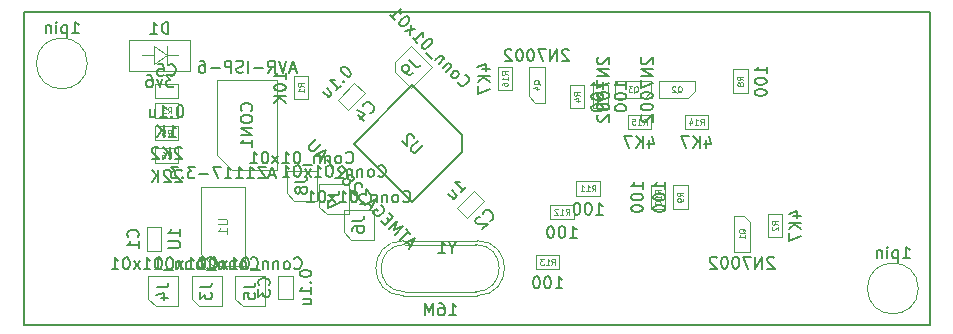
<source format=gbr>
G04 #@! TF.FileFunction,Other,Fab,Bot*
%FSLAX46Y46*%
G04 Gerber Fmt 4.6, Leading zero omitted, Abs format (unit mm)*
G04 Created by KiCad (PCBNEW 4.0.7) date 11/22/17 14:23:38*
%MOMM*%
%LPD*%
G01*
G04 APERTURE LIST*
%ADD10C,0.100000*%
%ADD11C,0.150000*%
%ADD12C,0.075000*%
%ADD13C,0.120000*%
G04 APERTURE END LIST*
D10*
D11*
X18034000Y-22352000D02*
X18542000Y-22352000D01*
X18034000Y-23431500D02*
X18034000Y-22352000D01*
X94742000Y-22352000D02*
X94742000Y-23431500D01*
X18034000Y-48831500D02*
X18034000Y-23431500D01*
X39878000Y-48831500D02*
X18034000Y-48831500D01*
X94742000Y-48831500D02*
X39878000Y-48831500D01*
X94742000Y-47307500D02*
X94742000Y-48831500D01*
X94742000Y-23431500D02*
X94742000Y-47307500D01*
X18542000Y-22352000D02*
X94742000Y-22352000D01*
X55169641Y-32757393D02*
X50927000Y-28514753D01*
X50927000Y-28514753D02*
X45977253Y-33464500D01*
X45977253Y-33464500D02*
X50927000Y-38414247D01*
X50927000Y-38414247D02*
X55169641Y-34171607D01*
X55169641Y-34171607D02*
X55169641Y-32757393D01*
D10*
X29703000Y-40529000D02*
X28463000Y-40529000D01*
X29703000Y-42529000D02*
X29703000Y-40529000D01*
X28463000Y-42529000D02*
X29703000Y-42529000D01*
X28463000Y-40529000D02*
X28463000Y-42529000D01*
X40815500Y-44636500D02*
X39575500Y-44636500D01*
X40815500Y-46636500D02*
X40815500Y-44636500D01*
X39575500Y-46636500D02*
X40815500Y-46636500D01*
X39575500Y-44636500D02*
X39575500Y-46636500D01*
X44625287Y-29745401D02*
X45502099Y-30622213D01*
X46039501Y-28331187D02*
X44625287Y-29745401D01*
X46916313Y-29207999D02*
X46039501Y-28331187D01*
X45502099Y-30622213D02*
X46916313Y-29207999D01*
X31119000Y-29639500D02*
X31119000Y-28399500D01*
X29119000Y-29639500D02*
X31119000Y-29639500D01*
X29119000Y-28399500D02*
X29119000Y-29639500D01*
X31119000Y-28399500D02*
X29119000Y-28399500D01*
X35687000Y-35687000D02*
X39497000Y-35687000D01*
X39497000Y-35687000D02*
X39497000Y-28067000D01*
X39497000Y-28067000D02*
X34417000Y-28067000D01*
X34417000Y-28067000D02*
X34417000Y-34417000D01*
X34417000Y-34417000D02*
X35687000Y-35687000D01*
X32893000Y-47244000D02*
X34798000Y-47244000D01*
X34798000Y-47244000D02*
X34798000Y-44704000D01*
X34798000Y-44704000D02*
X32258000Y-44704000D01*
X32258000Y-44704000D02*
X32258000Y-46609000D01*
X32258000Y-46609000D02*
X32893000Y-47244000D01*
X29210000Y-47244000D02*
X31115000Y-47244000D01*
X31115000Y-47244000D02*
X31115000Y-44704000D01*
X31115000Y-44704000D02*
X28575000Y-44704000D01*
X28575000Y-44704000D02*
X28575000Y-46609000D01*
X28575000Y-46609000D02*
X29210000Y-47244000D01*
X36576000Y-47244000D02*
X38481000Y-47244000D01*
X38481000Y-47244000D02*
X38481000Y-44704000D01*
X38481000Y-44704000D02*
X35941000Y-44704000D01*
X35941000Y-44704000D02*
X35941000Y-46609000D01*
X35941000Y-46609000D02*
X36576000Y-47244000D01*
X45783500Y-41592500D02*
X47688500Y-41592500D01*
X47688500Y-41592500D02*
X47688500Y-39052500D01*
X47688500Y-39052500D02*
X45148500Y-39052500D01*
X45148500Y-39052500D02*
X45148500Y-40957500D01*
X45148500Y-40957500D02*
X45783500Y-41592500D01*
X43688000Y-39433500D02*
X45593000Y-39433500D01*
X45593000Y-39433500D02*
X45593000Y-36893500D01*
X45593000Y-36893500D02*
X43053000Y-36893500D01*
X43053000Y-36893500D02*
X43053000Y-38798500D01*
X43053000Y-38798500D02*
X43688000Y-39433500D01*
X40957500Y-38290500D02*
X42862500Y-38290500D01*
X42862500Y-38290500D02*
X42862500Y-35750500D01*
X42862500Y-35750500D02*
X40322500Y-35750500D01*
X40322500Y-35750500D02*
X40322500Y-37655500D01*
X40322500Y-37655500D02*
X40957500Y-38290500D01*
X49452962Y-27436513D02*
X50800000Y-28783551D01*
X50800000Y-28783551D02*
X52596051Y-26987500D01*
X52596051Y-26987500D02*
X50800000Y-25191449D01*
X50800000Y-25191449D02*
X49452962Y-26538487D01*
X49452962Y-26538487D02*
X49452962Y-27436513D01*
X40909000Y-29718500D02*
X42149000Y-29718500D01*
X40909000Y-27718500D02*
X40909000Y-29718500D01*
X42149000Y-27718500D02*
X40909000Y-27718500D01*
X42149000Y-29718500D02*
X42149000Y-27718500D01*
X31146000Y-31290500D02*
X31146000Y-30050500D01*
X29146000Y-31290500D02*
X31146000Y-31290500D01*
X29146000Y-30050500D02*
X29146000Y-31290500D01*
X31146000Y-30050500D02*
X29146000Y-30050500D01*
X31146000Y-33195500D02*
X31146000Y-31955500D01*
X29146000Y-33195500D02*
X31146000Y-33195500D01*
X29146000Y-31955500D02*
X29146000Y-33195500D01*
X31146000Y-31955500D02*
X29146000Y-31955500D01*
X31146000Y-35100500D02*
X31146000Y-33860500D01*
X29146000Y-35100500D02*
X31146000Y-35100500D01*
X29146000Y-33860500D02*
X29146000Y-35100500D01*
X31146000Y-33860500D02*
X29146000Y-33860500D01*
X33062047Y-42803000D02*
X34062047Y-43803000D01*
X33062047Y-42803000D02*
X33062047Y-37103000D01*
X34062047Y-43803000D02*
X36762047Y-43803000D01*
X33062047Y-37103000D02*
X36762047Y-37103000D01*
X36762047Y-43803000D02*
X36762047Y-37103000D01*
X56428000Y-41680500D02*
X50178000Y-41680500D01*
X56428000Y-46330500D02*
X50178000Y-46330500D01*
X56303000Y-42005500D02*
X50303000Y-42005500D01*
X56303000Y-46005500D02*
X50303000Y-46005500D01*
X56428000Y-46330500D02*
G75*
G03X56428000Y-41680500I0J2325000D01*
G01*
X50178000Y-46330500D02*
G75*
G02X50178000Y-41680500I0J2325000D01*
G01*
X56303000Y-46005500D02*
G75*
G03X56303000Y-42005500I0J2000000D01*
G01*
X50303000Y-46005500D02*
G75*
G02X50303000Y-42005500I0J2000000D01*
G01*
X54729370Y-38881818D02*
X55606182Y-39758630D01*
X56143584Y-37467604D02*
X54729370Y-38881818D01*
X57020396Y-38344416D02*
X56143584Y-37467604D01*
X55606182Y-39758630D02*
X57020396Y-38344416D01*
X79551000Y-40134500D02*
X79551000Y-42584500D01*
X79001000Y-39564500D02*
X78151000Y-39564500D01*
X79551000Y-40134500D02*
X79001000Y-39564500D01*
X78151000Y-39564500D02*
X78151000Y-42604500D01*
X79551000Y-42604500D02*
X78151000Y-42604500D01*
X74292500Y-29576500D02*
X71842500Y-29576500D01*
X74862500Y-29026500D02*
X74862500Y-28176500D01*
X74292500Y-29576500D02*
X74862500Y-29026500D01*
X74862500Y-28176500D02*
X71822500Y-28176500D01*
X71822500Y-29576500D02*
X71822500Y-28176500D01*
X70609500Y-29576500D02*
X68159500Y-29576500D01*
X71179500Y-29026500D02*
X71179500Y-28176500D01*
X70609500Y-29576500D02*
X71179500Y-29026500D01*
X71179500Y-28176500D02*
X68139500Y-28176500D01*
X68139500Y-29576500D02*
X68139500Y-28176500D01*
X60784000Y-29461500D02*
X60784000Y-27011500D01*
X61334000Y-30031500D02*
X62184000Y-30031500D01*
X60784000Y-29461500D02*
X61334000Y-30031500D01*
X62184000Y-30031500D02*
X62184000Y-26991500D01*
X60784000Y-26991500D02*
X62184000Y-26991500D01*
X82281000Y-39402500D02*
X81041000Y-39402500D01*
X82281000Y-41402500D02*
X82281000Y-39402500D01*
X81041000Y-41402500D02*
X82281000Y-41402500D01*
X81041000Y-39402500D02*
X81041000Y-41402500D01*
X65517000Y-28480500D02*
X64277000Y-28480500D01*
X65517000Y-30480500D02*
X65517000Y-28480500D01*
X64277000Y-30480500D02*
X65517000Y-30480500D01*
X64277000Y-28480500D02*
X64277000Y-30480500D01*
X67485500Y-28480500D02*
X66245500Y-28480500D01*
X67485500Y-30480500D02*
X67485500Y-28480500D01*
X66245500Y-30480500D02*
X67485500Y-30480500D01*
X66245500Y-28480500D02*
X66245500Y-30480500D01*
X79360000Y-27177500D02*
X78120000Y-27177500D01*
X79360000Y-29177500D02*
X79360000Y-27177500D01*
X78120000Y-29177500D02*
X79360000Y-29177500D01*
X78120000Y-27177500D02*
X78120000Y-29177500D01*
X73040000Y-38989500D02*
X74280000Y-38989500D01*
X73040000Y-36989500D02*
X73040000Y-38989500D01*
X74280000Y-36989500D02*
X73040000Y-36989500D01*
X74280000Y-38989500D02*
X74280000Y-36989500D01*
X71135000Y-38989500D02*
X72375000Y-38989500D01*
X71135000Y-36989500D02*
X71135000Y-38989500D01*
X72375000Y-36989500D02*
X71135000Y-36989500D01*
X72375000Y-38989500D02*
X72375000Y-36989500D01*
X66833000Y-37894500D02*
X66833000Y-36654500D01*
X64833000Y-37894500D02*
X66833000Y-37894500D01*
X64833000Y-36654500D02*
X64833000Y-37894500D01*
X66833000Y-36654500D02*
X64833000Y-36654500D01*
X64610500Y-39863000D02*
X64610500Y-38623000D01*
X62610500Y-39863000D02*
X64610500Y-39863000D01*
X62610500Y-38623000D02*
X62610500Y-39863000D01*
X64610500Y-38623000D02*
X62610500Y-38623000D01*
X63404000Y-44117500D02*
X63404000Y-42877500D01*
X61404000Y-44117500D02*
X63404000Y-44117500D01*
X61404000Y-42877500D02*
X61404000Y-44117500D01*
X63404000Y-42877500D02*
X61404000Y-42877500D01*
X76010000Y-32243000D02*
X76010000Y-31003000D01*
X74010000Y-32243000D02*
X76010000Y-32243000D01*
X74010000Y-31003000D02*
X74010000Y-32243000D01*
X76010000Y-31003000D02*
X74010000Y-31003000D01*
X71184000Y-32243000D02*
X71184000Y-31003000D01*
X69184000Y-32243000D02*
X71184000Y-32243000D01*
X69184000Y-31003000D02*
X69184000Y-32243000D01*
X71184000Y-31003000D02*
X69184000Y-31003000D01*
X58181000Y-28956500D02*
X59421000Y-28956500D01*
X58181000Y-26956500D02*
X58181000Y-28956500D01*
X59421000Y-26956500D02*
X58181000Y-26956500D01*
X59421000Y-28956500D02*
X59421000Y-26956500D01*
X26956500Y-24671500D02*
X32156500Y-24671500D01*
X32156500Y-24671500D02*
X32156500Y-27271500D01*
X32156500Y-27271500D02*
X26956500Y-27271500D01*
X26956500Y-27271500D02*
X26956500Y-24671500D01*
X30205940Y-25972520D02*
X31107640Y-25972520D01*
X29055320Y-25972520D02*
X28057100Y-25972520D01*
X30205940Y-25172420D02*
X30205940Y-26772620D01*
X29055320Y-26721820D02*
X29055320Y-25172420D01*
X30205940Y-25972520D02*
X29055320Y-26721820D01*
X30205940Y-25972520D02*
X29055320Y-25172420D01*
X23426566Y-26670000D02*
G75*
G03X23426566Y-26670000I-2154066J0D01*
G01*
X93784566Y-45720000D02*
G75*
G03X93784566Y-45720000I-2154066J0D01*
G01*
D11*
X50824301Y-42153496D02*
X50487583Y-41816778D01*
X50689614Y-42422870D02*
X51161019Y-41480061D01*
X50218210Y-41951465D01*
X50790630Y-41109671D02*
X50386568Y-40705610D01*
X49881492Y-41614748D02*
X50588599Y-40907641D01*
X49443759Y-41177015D02*
X50150866Y-40469908D01*
X49410087Y-40739282D01*
X49679461Y-39998503D01*
X48972355Y-40705610D01*
X49006027Y-39998503D02*
X48770324Y-39762800D01*
X48298920Y-40032175D02*
X48635637Y-40368893D01*
X49342744Y-39661786D01*
X49006026Y-39325068D01*
X48298920Y-38685305D02*
X48399935Y-38718977D01*
X48500950Y-38819992D01*
X48568294Y-38954679D01*
X48568294Y-39089366D01*
X48534622Y-39190381D01*
X48433607Y-39358740D01*
X48332591Y-39459756D01*
X48164233Y-39560771D01*
X48063218Y-39594443D01*
X47928531Y-39594443D01*
X47793843Y-39527098D01*
X47726500Y-39459755D01*
X47659156Y-39325068D01*
X47659156Y-39257725D01*
X47894858Y-39022023D01*
X48029545Y-39156710D01*
X47524469Y-38853664D02*
X47187751Y-38516946D01*
X47389782Y-39123038D02*
X47861187Y-38180229D01*
X46918378Y-38651633D01*
X47457126Y-37776168D02*
X47019393Y-37338435D01*
X46985722Y-37843511D01*
X46884706Y-37742495D01*
X46783691Y-37708824D01*
X46716347Y-37708824D01*
X46615332Y-37742496D01*
X46446973Y-37910855D01*
X46413301Y-38011870D01*
X46413301Y-38079213D01*
X46446973Y-38180228D01*
X46649004Y-38382259D01*
X46750019Y-38415931D01*
X46817363Y-38415931D01*
X46682676Y-37136404D02*
X46682676Y-37069061D01*
X46649004Y-36968046D01*
X46480645Y-36799686D01*
X46379630Y-36766015D01*
X46312286Y-36766015D01*
X46211271Y-36799686D01*
X46143928Y-36867030D01*
X46076584Y-37001717D01*
X46076584Y-37809839D01*
X45638851Y-37372106D01*
X45638852Y-36563984D02*
X45739867Y-36597656D01*
X45807210Y-36597656D01*
X45908226Y-36563984D01*
X45941897Y-36530313D01*
X45975569Y-36429298D01*
X45975569Y-36361954D01*
X45941897Y-36260939D01*
X45807210Y-36126251D01*
X45706194Y-36092580D01*
X45638851Y-36092580D01*
X45537836Y-36126251D01*
X45504164Y-36159923D01*
X45470492Y-36260938D01*
X45470492Y-36328282D01*
X45504164Y-36429297D01*
X45638852Y-36563984D01*
X45672523Y-36665000D01*
X45672523Y-36732343D01*
X45638851Y-36833359D01*
X45504164Y-36968046D01*
X45403149Y-37001718D01*
X45335806Y-37001718D01*
X45234790Y-36968046D01*
X45100103Y-36833358D01*
X45066431Y-36732343D01*
X45066431Y-36665000D01*
X45100103Y-36563984D01*
X45234790Y-36429298D01*
X45335806Y-36395625D01*
X45403149Y-36395625D01*
X45504164Y-36429297D01*
X44662371Y-36395626D02*
X45369477Y-35688519D01*
X45100103Y-35419145D01*
X44999088Y-35385473D01*
X44931744Y-35385473D01*
X44830729Y-35419145D01*
X44729714Y-35520160D01*
X44696042Y-35621175D01*
X44696042Y-35688518D01*
X44729714Y-35789534D01*
X44999088Y-36058908D01*
X44224637Y-35419145D02*
X43685889Y-34880397D01*
X43315500Y-34644695D02*
X42978783Y-34307977D01*
X43180814Y-34914069D02*
X43652218Y-33971260D01*
X42709409Y-34442664D01*
X43180814Y-33499855D02*
X42608394Y-34072275D01*
X42507378Y-34105947D01*
X42440035Y-34105947D01*
X42339020Y-34072275D01*
X42204332Y-33937588D01*
X42170661Y-33836572D01*
X42170661Y-33769229D01*
X42204332Y-33668214D01*
X42776752Y-33095794D01*
X51852973Y-33616023D02*
X51280553Y-34188443D01*
X51179538Y-34222115D01*
X51112195Y-34222115D01*
X51011180Y-34188443D01*
X50876492Y-34053755D01*
X50842820Y-33952740D01*
X50842820Y-33885397D01*
X50876492Y-33784382D01*
X51448912Y-33211962D01*
X51078523Y-32976260D02*
X51078523Y-32908916D01*
X51044851Y-32807901D01*
X50876492Y-32639542D01*
X50775477Y-32605870D01*
X50708133Y-32605870D01*
X50607118Y-32639542D01*
X50539775Y-32706885D01*
X50472431Y-32841572D01*
X50472431Y-33649695D01*
X50034698Y-33211962D01*
X31285381Y-41290905D02*
X31285381Y-40719476D01*
X31285381Y-41005190D02*
X30285381Y-41005190D01*
X30428238Y-40909952D01*
X30523476Y-40814714D01*
X30571095Y-40719476D01*
X30285381Y-41719476D02*
X31094905Y-41719476D01*
X31190143Y-41767095D01*
X31237762Y-41814714D01*
X31285381Y-41909952D01*
X31285381Y-42100429D01*
X31237762Y-42195667D01*
X31190143Y-42243286D01*
X31094905Y-42290905D01*
X30285381Y-42290905D01*
X27690143Y-41362334D02*
X27737762Y-41314715D01*
X27785381Y-41171858D01*
X27785381Y-41076620D01*
X27737762Y-40933762D01*
X27642524Y-40838524D01*
X27547286Y-40790905D01*
X27356810Y-40743286D01*
X27213952Y-40743286D01*
X27023476Y-40790905D01*
X26928238Y-40838524D01*
X26833000Y-40933762D01*
X26785381Y-41076620D01*
X26785381Y-41171858D01*
X26833000Y-41314715D01*
X26880619Y-41362334D01*
X27785381Y-42314715D02*
X27785381Y-41743286D01*
X27785381Y-42029000D02*
X26785381Y-42029000D01*
X26928238Y-41933762D01*
X27023476Y-41838524D01*
X27071095Y-41743286D01*
X41397881Y-44422214D02*
X41397881Y-44517453D01*
X41445500Y-44612691D01*
X41493119Y-44660310D01*
X41588357Y-44707929D01*
X41778833Y-44755548D01*
X42016929Y-44755548D01*
X42207405Y-44707929D01*
X42302643Y-44660310D01*
X42350262Y-44612691D01*
X42397881Y-44517453D01*
X42397881Y-44422214D01*
X42350262Y-44326976D01*
X42302643Y-44279357D01*
X42207405Y-44231738D01*
X42016929Y-44184119D01*
X41778833Y-44184119D01*
X41588357Y-44231738D01*
X41493119Y-44279357D01*
X41445500Y-44326976D01*
X41397881Y-44422214D01*
X42302643Y-45184119D02*
X42350262Y-45231738D01*
X42397881Y-45184119D01*
X42350262Y-45136500D01*
X42302643Y-45184119D01*
X42397881Y-45184119D01*
X42397881Y-46184119D02*
X42397881Y-45612690D01*
X42397881Y-45898404D02*
X41397881Y-45898404D01*
X41540738Y-45803166D01*
X41635976Y-45707928D01*
X41683595Y-45612690D01*
X41731214Y-47041262D02*
X42397881Y-47041262D01*
X41731214Y-46612690D02*
X42255024Y-46612690D01*
X42350262Y-46660309D01*
X42397881Y-46755547D01*
X42397881Y-46898405D01*
X42350262Y-46993643D01*
X42302643Y-47041262D01*
X38802643Y-45469834D02*
X38850262Y-45422215D01*
X38897881Y-45279358D01*
X38897881Y-45184120D01*
X38850262Y-45041262D01*
X38755024Y-44946024D01*
X38659786Y-44898405D01*
X38469310Y-44850786D01*
X38326452Y-44850786D01*
X38135976Y-44898405D01*
X38040738Y-44946024D01*
X37945500Y-45041262D01*
X37897881Y-45184120D01*
X37897881Y-45279358D01*
X37945500Y-45422215D01*
X37993119Y-45469834D01*
X37897881Y-45803167D02*
X37897881Y-46422215D01*
X38278833Y-46088881D01*
X38278833Y-46231739D01*
X38326452Y-46326977D01*
X38374071Y-46374596D01*
X38469310Y-46422215D01*
X38707405Y-46422215D01*
X38802643Y-46374596D01*
X38850262Y-46326977D01*
X38897881Y-46231739D01*
X38897881Y-45946024D01*
X38850262Y-45850786D01*
X38802643Y-45803167D01*
X45004768Y-26993408D02*
X44937424Y-27060752D01*
X44903752Y-27161767D01*
X44903752Y-27229111D01*
X44937424Y-27330126D01*
X45038439Y-27498485D01*
X45206798Y-27666844D01*
X45375157Y-27767859D01*
X45476172Y-27801531D01*
X45543515Y-27801531D01*
X45644530Y-27767859D01*
X45711875Y-27700515D01*
X45745546Y-27599500D01*
X45745546Y-27532156D01*
X45711875Y-27431141D01*
X45610859Y-27262782D01*
X45442500Y-27094423D01*
X45274141Y-26993408D01*
X45173126Y-26959736D01*
X45105783Y-26959736D01*
X45004768Y-26993408D01*
X45105783Y-28171920D02*
X45105783Y-28239263D01*
X45173126Y-28239263D01*
X45173126Y-28171920D01*
X45105783Y-28171920D01*
X45173126Y-28239263D01*
X44466020Y-28946370D02*
X44870081Y-28542308D01*
X44668051Y-28744339D02*
X43960944Y-28037232D01*
X44129302Y-28070904D01*
X44263989Y-28070904D01*
X44365004Y-28037232D01*
X43388523Y-29081057D02*
X43859928Y-29552461D01*
X43691569Y-28778010D02*
X44061959Y-29148400D01*
X44095631Y-29249415D01*
X44061959Y-29350430D01*
X43960943Y-29451446D01*
X43859928Y-29485118D01*
X43792585Y-29485118D01*
X47378626Y-30848825D02*
X47445969Y-30848825D01*
X47580656Y-30781481D01*
X47648000Y-30714138D01*
X47715344Y-30579450D01*
X47715344Y-30444763D01*
X47681672Y-30343748D01*
X47580657Y-30175390D01*
X47479641Y-30074374D01*
X47311282Y-29973359D01*
X47210267Y-29939687D01*
X47075580Y-29939687D01*
X46940893Y-30007031D01*
X46873549Y-30074374D01*
X46806206Y-30209061D01*
X46806206Y-30276405D01*
X46368473Y-31050855D02*
X46839878Y-31522260D01*
X46267459Y-30613122D02*
X46940894Y-30949840D01*
X46503161Y-31387573D01*
X31333286Y-30221881D02*
X31238047Y-30221881D01*
X31142809Y-30269500D01*
X31095190Y-30317119D01*
X31047571Y-30412357D01*
X30999952Y-30602833D01*
X30999952Y-30840929D01*
X31047571Y-31031405D01*
X31095190Y-31126643D01*
X31142809Y-31174262D01*
X31238047Y-31221881D01*
X31333286Y-31221881D01*
X31428524Y-31174262D01*
X31476143Y-31126643D01*
X31523762Y-31031405D01*
X31571381Y-30840929D01*
X31571381Y-30602833D01*
X31523762Y-30412357D01*
X31476143Y-30317119D01*
X31428524Y-30269500D01*
X31333286Y-30221881D01*
X30571381Y-31126643D02*
X30523762Y-31174262D01*
X30571381Y-31221881D01*
X30619000Y-31174262D01*
X30571381Y-31126643D01*
X30571381Y-31221881D01*
X29571381Y-31221881D02*
X30142810Y-31221881D01*
X29857096Y-31221881D02*
X29857096Y-30221881D01*
X29952334Y-30364738D01*
X30047572Y-30459976D01*
X30142810Y-30507595D01*
X28714238Y-30555214D02*
X28714238Y-31221881D01*
X29142810Y-30555214D02*
X29142810Y-31079024D01*
X29095191Y-31174262D01*
X28999953Y-31221881D01*
X28857095Y-31221881D01*
X28761857Y-31174262D01*
X28714238Y-31126643D01*
X30285666Y-27626643D02*
X30333285Y-27674262D01*
X30476142Y-27721881D01*
X30571380Y-27721881D01*
X30714238Y-27674262D01*
X30809476Y-27579024D01*
X30857095Y-27483786D01*
X30904714Y-27293310D01*
X30904714Y-27150452D01*
X30857095Y-26959976D01*
X30809476Y-26864738D01*
X30714238Y-26769500D01*
X30571380Y-26721881D01*
X30476142Y-26721881D01*
X30333285Y-26769500D01*
X30285666Y-26817119D01*
X29380904Y-26721881D02*
X29857095Y-26721881D01*
X29904714Y-27198071D01*
X29857095Y-27150452D01*
X29761857Y-27102833D01*
X29523761Y-27102833D01*
X29428523Y-27150452D01*
X29380904Y-27198071D01*
X29333285Y-27293310D01*
X29333285Y-27531405D01*
X29380904Y-27626643D01*
X29428523Y-27674262D01*
X29523761Y-27721881D01*
X29761857Y-27721881D01*
X29857095Y-27674262D01*
X29904714Y-27626643D01*
X41052238Y-27173667D02*
X40576047Y-27173667D01*
X41147476Y-27459381D02*
X40814143Y-26459381D01*
X40480809Y-27459381D01*
X40290333Y-26459381D02*
X39957000Y-27459381D01*
X39623666Y-26459381D01*
X38718904Y-27459381D02*
X39052238Y-26983190D01*
X39290333Y-27459381D02*
X39290333Y-26459381D01*
X38909380Y-26459381D01*
X38814142Y-26507000D01*
X38766523Y-26554619D01*
X38718904Y-26649857D01*
X38718904Y-26792714D01*
X38766523Y-26887952D01*
X38814142Y-26935571D01*
X38909380Y-26983190D01*
X39290333Y-26983190D01*
X38290333Y-27078429D02*
X37528428Y-27078429D01*
X37052238Y-27459381D02*
X37052238Y-26459381D01*
X36623667Y-27411762D02*
X36480810Y-27459381D01*
X36242714Y-27459381D01*
X36147476Y-27411762D01*
X36099857Y-27364143D01*
X36052238Y-27268905D01*
X36052238Y-27173667D01*
X36099857Y-27078429D01*
X36147476Y-27030810D01*
X36242714Y-26983190D01*
X36433191Y-26935571D01*
X36528429Y-26887952D01*
X36576048Y-26840333D01*
X36623667Y-26745095D01*
X36623667Y-26649857D01*
X36576048Y-26554619D01*
X36528429Y-26507000D01*
X36433191Y-26459381D01*
X36195095Y-26459381D01*
X36052238Y-26507000D01*
X35623667Y-27459381D02*
X35623667Y-26459381D01*
X35242714Y-26459381D01*
X35147476Y-26507000D01*
X35099857Y-26554619D01*
X35052238Y-26649857D01*
X35052238Y-26792714D01*
X35099857Y-26887952D01*
X35147476Y-26935571D01*
X35242714Y-26983190D01*
X35623667Y-26983190D01*
X34623667Y-27078429D02*
X33861762Y-27078429D01*
X32957000Y-26459381D02*
X33147477Y-26459381D01*
X33242715Y-26507000D01*
X33290334Y-26554619D01*
X33385572Y-26697476D01*
X33433191Y-26887952D01*
X33433191Y-27268905D01*
X33385572Y-27364143D01*
X33337953Y-27411762D01*
X33242715Y-27459381D01*
X33052238Y-27459381D01*
X32957000Y-27411762D01*
X32909381Y-27364143D01*
X32861762Y-27268905D01*
X32861762Y-27030810D01*
X32909381Y-26935571D01*
X32957000Y-26887952D01*
X33052238Y-26840333D01*
X33242715Y-26840333D01*
X33337953Y-26887952D01*
X33385572Y-26935571D01*
X33433191Y-27030810D01*
X37314143Y-30662715D02*
X37361762Y-30615096D01*
X37409381Y-30472239D01*
X37409381Y-30377001D01*
X37361762Y-30234143D01*
X37266524Y-30138905D01*
X37171286Y-30091286D01*
X36980810Y-30043667D01*
X36837952Y-30043667D01*
X36647476Y-30091286D01*
X36552238Y-30138905D01*
X36457000Y-30234143D01*
X36409381Y-30377001D01*
X36409381Y-30472239D01*
X36457000Y-30615096D01*
X36504619Y-30662715D01*
X36409381Y-31281762D02*
X36409381Y-31472239D01*
X36457000Y-31567477D01*
X36552238Y-31662715D01*
X36742714Y-31710334D01*
X37076048Y-31710334D01*
X37266524Y-31662715D01*
X37361762Y-31567477D01*
X37409381Y-31472239D01*
X37409381Y-31281762D01*
X37361762Y-31186524D01*
X37266524Y-31091286D01*
X37076048Y-31043667D01*
X36742714Y-31043667D01*
X36552238Y-31091286D01*
X36457000Y-31186524D01*
X36409381Y-31281762D01*
X37409381Y-32138905D02*
X36409381Y-32138905D01*
X37409381Y-32710334D01*
X36409381Y-32710334D01*
X37409381Y-33710334D02*
X37409381Y-33138905D01*
X37409381Y-33424619D02*
X36409381Y-33424619D01*
X36552238Y-33329381D01*
X36647476Y-33234143D01*
X36695095Y-33138905D01*
X37266095Y-44001143D02*
X37313714Y-44048762D01*
X37456571Y-44096381D01*
X37551809Y-44096381D01*
X37694667Y-44048762D01*
X37789905Y-43953524D01*
X37837524Y-43858286D01*
X37885143Y-43667810D01*
X37885143Y-43524952D01*
X37837524Y-43334476D01*
X37789905Y-43239238D01*
X37694667Y-43144000D01*
X37551809Y-43096381D01*
X37456571Y-43096381D01*
X37313714Y-43144000D01*
X37266095Y-43191619D01*
X36694667Y-44096381D02*
X36789905Y-44048762D01*
X36837524Y-44001143D01*
X36885143Y-43905905D01*
X36885143Y-43620190D01*
X36837524Y-43524952D01*
X36789905Y-43477333D01*
X36694667Y-43429714D01*
X36551809Y-43429714D01*
X36456571Y-43477333D01*
X36408952Y-43524952D01*
X36361333Y-43620190D01*
X36361333Y-43905905D01*
X36408952Y-44001143D01*
X36456571Y-44048762D01*
X36551809Y-44096381D01*
X36694667Y-44096381D01*
X35932762Y-43429714D02*
X35932762Y-44096381D01*
X35932762Y-43524952D02*
X35885143Y-43477333D01*
X35789905Y-43429714D01*
X35647047Y-43429714D01*
X35551809Y-43477333D01*
X35504190Y-43572571D01*
X35504190Y-44096381D01*
X35028000Y-43429714D02*
X35028000Y-44096381D01*
X35028000Y-43524952D02*
X34980381Y-43477333D01*
X34885143Y-43429714D01*
X34742285Y-43429714D01*
X34647047Y-43477333D01*
X34599428Y-43572571D01*
X34599428Y-44096381D01*
X34361333Y-44191619D02*
X33599428Y-44191619D01*
X33170857Y-43096381D02*
X33075618Y-43096381D01*
X32980380Y-43144000D01*
X32932761Y-43191619D01*
X32885142Y-43286857D01*
X32837523Y-43477333D01*
X32837523Y-43715429D01*
X32885142Y-43905905D01*
X32932761Y-44001143D01*
X32980380Y-44048762D01*
X33075618Y-44096381D01*
X33170857Y-44096381D01*
X33266095Y-44048762D01*
X33313714Y-44001143D01*
X33361333Y-43905905D01*
X33408952Y-43715429D01*
X33408952Y-43477333D01*
X33361333Y-43286857D01*
X33313714Y-43191619D01*
X33266095Y-43144000D01*
X33170857Y-43096381D01*
X31885142Y-44096381D02*
X32456571Y-44096381D01*
X32170857Y-44096381D02*
X32170857Y-43096381D01*
X32266095Y-43239238D01*
X32361333Y-43334476D01*
X32456571Y-43382095D01*
X31551809Y-44096381D02*
X31027999Y-43429714D01*
X31551809Y-43429714D02*
X31027999Y-44096381D01*
X30456571Y-43096381D02*
X30361332Y-43096381D01*
X30266094Y-43144000D01*
X30218475Y-43191619D01*
X30170856Y-43286857D01*
X30123237Y-43477333D01*
X30123237Y-43715429D01*
X30170856Y-43905905D01*
X30218475Y-44001143D01*
X30266094Y-44048762D01*
X30361332Y-44096381D01*
X30456571Y-44096381D01*
X30551809Y-44048762D01*
X30599428Y-44001143D01*
X30647047Y-43905905D01*
X30694666Y-43715429D01*
X30694666Y-43477333D01*
X30647047Y-43286857D01*
X30599428Y-43191619D01*
X30551809Y-43144000D01*
X30456571Y-43096381D01*
X29170856Y-44096381D02*
X29742285Y-44096381D01*
X29456571Y-44096381D02*
X29456571Y-43096381D01*
X29551809Y-43239238D01*
X29647047Y-43334476D01*
X29742285Y-43382095D01*
X32980381Y-45640667D02*
X33694667Y-45640667D01*
X33837524Y-45593047D01*
X33932762Y-45497809D01*
X33980381Y-45354952D01*
X33980381Y-45259714D01*
X32980381Y-46021619D02*
X32980381Y-46640667D01*
X33361333Y-46307333D01*
X33361333Y-46450191D01*
X33408952Y-46545429D01*
X33456571Y-46593048D01*
X33551810Y-46640667D01*
X33789905Y-46640667D01*
X33885143Y-46593048D01*
X33932762Y-46545429D01*
X33980381Y-46450191D01*
X33980381Y-46164476D01*
X33932762Y-46069238D01*
X33885143Y-46021619D01*
X33583095Y-44001143D02*
X33630714Y-44048762D01*
X33773571Y-44096381D01*
X33868809Y-44096381D01*
X34011667Y-44048762D01*
X34106905Y-43953524D01*
X34154524Y-43858286D01*
X34202143Y-43667810D01*
X34202143Y-43524952D01*
X34154524Y-43334476D01*
X34106905Y-43239238D01*
X34011667Y-43144000D01*
X33868809Y-43096381D01*
X33773571Y-43096381D01*
X33630714Y-43144000D01*
X33583095Y-43191619D01*
X33011667Y-44096381D02*
X33106905Y-44048762D01*
X33154524Y-44001143D01*
X33202143Y-43905905D01*
X33202143Y-43620190D01*
X33154524Y-43524952D01*
X33106905Y-43477333D01*
X33011667Y-43429714D01*
X32868809Y-43429714D01*
X32773571Y-43477333D01*
X32725952Y-43524952D01*
X32678333Y-43620190D01*
X32678333Y-43905905D01*
X32725952Y-44001143D01*
X32773571Y-44048762D01*
X32868809Y-44096381D01*
X33011667Y-44096381D01*
X32249762Y-43429714D02*
X32249762Y-44096381D01*
X32249762Y-43524952D02*
X32202143Y-43477333D01*
X32106905Y-43429714D01*
X31964047Y-43429714D01*
X31868809Y-43477333D01*
X31821190Y-43572571D01*
X31821190Y-44096381D01*
X31345000Y-43429714D02*
X31345000Y-44096381D01*
X31345000Y-43524952D02*
X31297381Y-43477333D01*
X31202143Y-43429714D01*
X31059285Y-43429714D01*
X30964047Y-43477333D01*
X30916428Y-43572571D01*
X30916428Y-44096381D01*
X30678333Y-44191619D02*
X29916428Y-44191619D01*
X29487857Y-43096381D02*
X29392618Y-43096381D01*
X29297380Y-43144000D01*
X29249761Y-43191619D01*
X29202142Y-43286857D01*
X29154523Y-43477333D01*
X29154523Y-43715429D01*
X29202142Y-43905905D01*
X29249761Y-44001143D01*
X29297380Y-44048762D01*
X29392618Y-44096381D01*
X29487857Y-44096381D01*
X29583095Y-44048762D01*
X29630714Y-44001143D01*
X29678333Y-43905905D01*
X29725952Y-43715429D01*
X29725952Y-43477333D01*
X29678333Y-43286857D01*
X29630714Y-43191619D01*
X29583095Y-43144000D01*
X29487857Y-43096381D01*
X28202142Y-44096381D02*
X28773571Y-44096381D01*
X28487857Y-44096381D02*
X28487857Y-43096381D01*
X28583095Y-43239238D01*
X28678333Y-43334476D01*
X28773571Y-43382095D01*
X27868809Y-44096381D02*
X27344999Y-43429714D01*
X27868809Y-43429714D02*
X27344999Y-44096381D01*
X26773571Y-43096381D02*
X26678332Y-43096381D01*
X26583094Y-43144000D01*
X26535475Y-43191619D01*
X26487856Y-43286857D01*
X26440237Y-43477333D01*
X26440237Y-43715429D01*
X26487856Y-43905905D01*
X26535475Y-44001143D01*
X26583094Y-44048762D01*
X26678332Y-44096381D01*
X26773571Y-44096381D01*
X26868809Y-44048762D01*
X26916428Y-44001143D01*
X26964047Y-43905905D01*
X27011666Y-43715429D01*
X27011666Y-43477333D01*
X26964047Y-43286857D01*
X26916428Y-43191619D01*
X26868809Y-43144000D01*
X26773571Y-43096381D01*
X25487856Y-44096381D02*
X26059285Y-44096381D01*
X25773571Y-44096381D02*
X25773571Y-43096381D01*
X25868809Y-43239238D01*
X25964047Y-43334476D01*
X26059285Y-43382095D01*
X29297381Y-45640667D02*
X30011667Y-45640667D01*
X30154524Y-45593047D01*
X30249762Y-45497809D01*
X30297381Y-45354952D01*
X30297381Y-45259714D01*
X29630714Y-46545429D02*
X30297381Y-46545429D01*
X29249762Y-46307333D02*
X29964048Y-46069238D01*
X29964048Y-46688286D01*
X40949095Y-44001143D02*
X40996714Y-44048762D01*
X41139571Y-44096381D01*
X41234809Y-44096381D01*
X41377667Y-44048762D01*
X41472905Y-43953524D01*
X41520524Y-43858286D01*
X41568143Y-43667810D01*
X41568143Y-43524952D01*
X41520524Y-43334476D01*
X41472905Y-43239238D01*
X41377667Y-43144000D01*
X41234809Y-43096381D01*
X41139571Y-43096381D01*
X40996714Y-43144000D01*
X40949095Y-43191619D01*
X40377667Y-44096381D02*
X40472905Y-44048762D01*
X40520524Y-44001143D01*
X40568143Y-43905905D01*
X40568143Y-43620190D01*
X40520524Y-43524952D01*
X40472905Y-43477333D01*
X40377667Y-43429714D01*
X40234809Y-43429714D01*
X40139571Y-43477333D01*
X40091952Y-43524952D01*
X40044333Y-43620190D01*
X40044333Y-43905905D01*
X40091952Y-44001143D01*
X40139571Y-44048762D01*
X40234809Y-44096381D01*
X40377667Y-44096381D01*
X39615762Y-43429714D02*
X39615762Y-44096381D01*
X39615762Y-43524952D02*
X39568143Y-43477333D01*
X39472905Y-43429714D01*
X39330047Y-43429714D01*
X39234809Y-43477333D01*
X39187190Y-43572571D01*
X39187190Y-44096381D01*
X38711000Y-43429714D02*
X38711000Y-44096381D01*
X38711000Y-43524952D02*
X38663381Y-43477333D01*
X38568143Y-43429714D01*
X38425285Y-43429714D01*
X38330047Y-43477333D01*
X38282428Y-43572571D01*
X38282428Y-44096381D01*
X38044333Y-44191619D02*
X37282428Y-44191619D01*
X36853857Y-43096381D02*
X36758618Y-43096381D01*
X36663380Y-43144000D01*
X36615761Y-43191619D01*
X36568142Y-43286857D01*
X36520523Y-43477333D01*
X36520523Y-43715429D01*
X36568142Y-43905905D01*
X36615761Y-44001143D01*
X36663380Y-44048762D01*
X36758618Y-44096381D01*
X36853857Y-44096381D01*
X36949095Y-44048762D01*
X36996714Y-44001143D01*
X37044333Y-43905905D01*
X37091952Y-43715429D01*
X37091952Y-43477333D01*
X37044333Y-43286857D01*
X36996714Y-43191619D01*
X36949095Y-43144000D01*
X36853857Y-43096381D01*
X35568142Y-44096381D02*
X36139571Y-44096381D01*
X35853857Y-44096381D02*
X35853857Y-43096381D01*
X35949095Y-43239238D01*
X36044333Y-43334476D01*
X36139571Y-43382095D01*
X35234809Y-44096381D02*
X34710999Y-43429714D01*
X35234809Y-43429714D02*
X34710999Y-44096381D01*
X34139571Y-43096381D02*
X34044332Y-43096381D01*
X33949094Y-43144000D01*
X33901475Y-43191619D01*
X33853856Y-43286857D01*
X33806237Y-43477333D01*
X33806237Y-43715429D01*
X33853856Y-43905905D01*
X33901475Y-44001143D01*
X33949094Y-44048762D01*
X34044332Y-44096381D01*
X34139571Y-44096381D01*
X34234809Y-44048762D01*
X34282428Y-44001143D01*
X34330047Y-43905905D01*
X34377666Y-43715429D01*
X34377666Y-43477333D01*
X34330047Y-43286857D01*
X34282428Y-43191619D01*
X34234809Y-43144000D01*
X34139571Y-43096381D01*
X32853856Y-44096381D02*
X33425285Y-44096381D01*
X33139571Y-44096381D02*
X33139571Y-43096381D01*
X33234809Y-43239238D01*
X33330047Y-43334476D01*
X33425285Y-43382095D01*
X36663381Y-45640667D02*
X37377667Y-45640667D01*
X37520524Y-45593047D01*
X37615762Y-45497809D01*
X37663381Y-45354952D01*
X37663381Y-45259714D01*
X36663381Y-46593048D02*
X36663381Y-46116857D01*
X37139571Y-46069238D01*
X37091952Y-46116857D01*
X37044333Y-46212095D01*
X37044333Y-46450191D01*
X37091952Y-46545429D01*
X37139571Y-46593048D01*
X37234810Y-46640667D01*
X37472905Y-46640667D01*
X37568143Y-46593048D01*
X37615762Y-46545429D01*
X37663381Y-46450191D01*
X37663381Y-46212095D01*
X37615762Y-46116857D01*
X37568143Y-46069238D01*
X50156595Y-38349643D02*
X50204214Y-38397262D01*
X50347071Y-38444881D01*
X50442309Y-38444881D01*
X50585167Y-38397262D01*
X50680405Y-38302024D01*
X50728024Y-38206786D01*
X50775643Y-38016310D01*
X50775643Y-37873452D01*
X50728024Y-37682976D01*
X50680405Y-37587738D01*
X50585167Y-37492500D01*
X50442309Y-37444881D01*
X50347071Y-37444881D01*
X50204214Y-37492500D01*
X50156595Y-37540119D01*
X49585167Y-38444881D02*
X49680405Y-38397262D01*
X49728024Y-38349643D01*
X49775643Y-38254405D01*
X49775643Y-37968690D01*
X49728024Y-37873452D01*
X49680405Y-37825833D01*
X49585167Y-37778214D01*
X49442309Y-37778214D01*
X49347071Y-37825833D01*
X49299452Y-37873452D01*
X49251833Y-37968690D01*
X49251833Y-38254405D01*
X49299452Y-38349643D01*
X49347071Y-38397262D01*
X49442309Y-38444881D01*
X49585167Y-38444881D01*
X48823262Y-37778214D02*
X48823262Y-38444881D01*
X48823262Y-37873452D02*
X48775643Y-37825833D01*
X48680405Y-37778214D01*
X48537547Y-37778214D01*
X48442309Y-37825833D01*
X48394690Y-37921071D01*
X48394690Y-38444881D01*
X47918500Y-37778214D02*
X47918500Y-38444881D01*
X47918500Y-37873452D02*
X47870881Y-37825833D01*
X47775643Y-37778214D01*
X47632785Y-37778214D01*
X47537547Y-37825833D01*
X47489928Y-37921071D01*
X47489928Y-38444881D01*
X47251833Y-38540119D02*
X46489928Y-38540119D01*
X46061357Y-37444881D02*
X45966118Y-37444881D01*
X45870880Y-37492500D01*
X45823261Y-37540119D01*
X45775642Y-37635357D01*
X45728023Y-37825833D01*
X45728023Y-38063929D01*
X45775642Y-38254405D01*
X45823261Y-38349643D01*
X45870880Y-38397262D01*
X45966118Y-38444881D01*
X46061357Y-38444881D01*
X46156595Y-38397262D01*
X46204214Y-38349643D01*
X46251833Y-38254405D01*
X46299452Y-38063929D01*
X46299452Y-37825833D01*
X46251833Y-37635357D01*
X46204214Y-37540119D01*
X46156595Y-37492500D01*
X46061357Y-37444881D01*
X44775642Y-38444881D02*
X45347071Y-38444881D01*
X45061357Y-38444881D02*
X45061357Y-37444881D01*
X45156595Y-37587738D01*
X45251833Y-37682976D01*
X45347071Y-37730595D01*
X44442309Y-38444881D02*
X43918499Y-37778214D01*
X44442309Y-37778214D02*
X43918499Y-38444881D01*
X43347071Y-37444881D02*
X43251832Y-37444881D01*
X43156594Y-37492500D01*
X43108975Y-37540119D01*
X43061356Y-37635357D01*
X43013737Y-37825833D01*
X43013737Y-38063929D01*
X43061356Y-38254405D01*
X43108975Y-38349643D01*
X43156594Y-38397262D01*
X43251832Y-38444881D01*
X43347071Y-38444881D01*
X43442309Y-38397262D01*
X43489928Y-38349643D01*
X43537547Y-38254405D01*
X43585166Y-38063929D01*
X43585166Y-37825833D01*
X43537547Y-37635357D01*
X43489928Y-37540119D01*
X43442309Y-37492500D01*
X43347071Y-37444881D01*
X42061356Y-38444881D02*
X42632785Y-38444881D01*
X42347071Y-38444881D02*
X42347071Y-37444881D01*
X42442309Y-37587738D01*
X42537547Y-37682976D01*
X42632785Y-37730595D01*
X45870881Y-39989167D02*
X46585167Y-39989167D01*
X46728024Y-39941547D01*
X46823262Y-39846309D01*
X46870881Y-39703452D01*
X46870881Y-39608214D01*
X45870881Y-40893929D02*
X45870881Y-40703452D01*
X45918500Y-40608214D01*
X45966119Y-40560595D01*
X46108976Y-40465357D01*
X46299452Y-40417738D01*
X46680405Y-40417738D01*
X46775643Y-40465357D01*
X46823262Y-40512976D01*
X46870881Y-40608214D01*
X46870881Y-40798691D01*
X46823262Y-40893929D01*
X46775643Y-40941548D01*
X46680405Y-40989167D01*
X46442310Y-40989167D01*
X46347071Y-40941548D01*
X46299452Y-40893929D01*
X46251833Y-40798691D01*
X46251833Y-40608214D01*
X46299452Y-40512976D01*
X46347071Y-40465357D01*
X46442310Y-40417738D01*
X48061095Y-36190643D02*
X48108714Y-36238262D01*
X48251571Y-36285881D01*
X48346809Y-36285881D01*
X48489667Y-36238262D01*
X48584905Y-36143024D01*
X48632524Y-36047786D01*
X48680143Y-35857310D01*
X48680143Y-35714452D01*
X48632524Y-35523976D01*
X48584905Y-35428738D01*
X48489667Y-35333500D01*
X48346809Y-35285881D01*
X48251571Y-35285881D01*
X48108714Y-35333500D01*
X48061095Y-35381119D01*
X47489667Y-36285881D02*
X47584905Y-36238262D01*
X47632524Y-36190643D01*
X47680143Y-36095405D01*
X47680143Y-35809690D01*
X47632524Y-35714452D01*
X47584905Y-35666833D01*
X47489667Y-35619214D01*
X47346809Y-35619214D01*
X47251571Y-35666833D01*
X47203952Y-35714452D01*
X47156333Y-35809690D01*
X47156333Y-36095405D01*
X47203952Y-36190643D01*
X47251571Y-36238262D01*
X47346809Y-36285881D01*
X47489667Y-36285881D01*
X46727762Y-35619214D02*
X46727762Y-36285881D01*
X46727762Y-35714452D02*
X46680143Y-35666833D01*
X46584905Y-35619214D01*
X46442047Y-35619214D01*
X46346809Y-35666833D01*
X46299190Y-35762071D01*
X46299190Y-36285881D01*
X45823000Y-35619214D02*
X45823000Y-36285881D01*
X45823000Y-35714452D02*
X45775381Y-35666833D01*
X45680143Y-35619214D01*
X45537285Y-35619214D01*
X45442047Y-35666833D01*
X45394428Y-35762071D01*
X45394428Y-36285881D01*
X45156333Y-36381119D02*
X44394428Y-36381119D01*
X43965857Y-35285881D02*
X43870618Y-35285881D01*
X43775380Y-35333500D01*
X43727761Y-35381119D01*
X43680142Y-35476357D01*
X43632523Y-35666833D01*
X43632523Y-35904929D01*
X43680142Y-36095405D01*
X43727761Y-36190643D01*
X43775380Y-36238262D01*
X43870618Y-36285881D01*
X43965857Y-36285881D01*
X44061095Y-36238262D01*
X44108714Y-36190643D01*
X44156333Y-36095405D01*
X44203952Y-35904929D01*
X44203952Y-35666833D01*
X44156333Y-35476357D01*
X44108714Y-35381119D01*
X44061095Y-35333500D01*
X43965857Y-35285881D01*
X42680142Y-36285881D02*
X43251571Y-36285881D01*
X42965857Y-36285881D02*
X42965857Y-35285881D01*
X43061095Y-35428738D01*
X43156333Y-35523976D01*
X43251571Y-35571595D01*
X42346809Y-36285881D02*
X41822999Y-35619214D01*
X42346809Y-35619214D02*
X41822999Y-36285881D01*
X41251571Y-35285881D02*
X41156332Y-35285881D01*
X41061094Y-35333500D01*
X41013475Y-35381119D01*
X40965856Y-35476357D01*
X40918237Y-35666833D01*
X40918237Y-35904929D01*
X40965856Y-36095405D01*
X41013475Y-36190643D01*
X41061094Y-36238262D01*
X41156332Y-36285881D01*
X41251571Y-36285881D01*
X41346809Y-36238262D01*
X41394428Y-36190643D01*
X41442047Y-36095405D01*
X41489666Y-35904929D01*
X41489666Y-35666833D01*
X41442047Y-35476357D01*
X41394428Y-35381119D01*
X41346809Y-35333500D01*
X41251571Y-35285881D01*
X39965856Y-36285881D02*
X40537285Y-36285881D01*
X40251571Y-36285881D02*
X40251571Y-35285881D01*
X40346809Y-35428738D01*
X40442047Y-35523976D01*
X40537285Y-35571595D01*
X43775381Y-37830167D02*
X44489667Y-37830167D01*
X44632524Y-37782547D01*
X44727762Y-37687309D01*
X44775381Y-37544452D01*
X44775381Y-37449214D01*
X43775381Y-38211119D02*
X43775381Y-38877786D01*
X44775381Y-38449214D01*
X45330595Y-35047643D02*
X45378214Y-35095262D01*
X45521071Y-35142881D01*
X45616309Y-35142881D01*
X45759167Y-35095262D01*
X45854405Y-35000024D01*
X45902024Y-34904786D01*
X45949643Y-34714310D01*
X45949643Y-34571452D01*
X45902024Y-34380976D01*
X45854405Y-34285738D01*
X45759167Y-34190500D01*
X45616309Y-34142881D01*
X45521071Y-34142881D01*
X45378214Y-34190500D01*
X45330595Y-34238119D01*
X44759167Y-35142881D02*
X44854405Y-35095262D01*
X44902024Y-35047643D01*
X44949643Y-34952405D01*
X44949643Y-34666690D01*
X44902024Y-34571452D01*
X44854405Y-34523833D01*
X44759167Y-34476214D01*
X44616309Y-34476214D01*
X44521071Y-34523833D01*
X44473452Y-34571452D01*
X44425833Y-34666690D01*
X44425833Y-34952405D01*
X44473452Y-35047643D01*
X44521071Y-35095262D01*
X44616309Y-35142881D01*
X44759167Y-35142881D01*
X43997262Y-34476214D02*
X43997262Y-35142881D01*
X43997262Y-34571452D02*
X43949643Y-34523833D01*
X43854405Y-34476214D01*
X43711547Y-34476214D01*
X43616309Y-34523833D01*
X43568690Y-34619071D01*
X43568690Y-35142881D01*
X43092500Y-34476214D02*
X43092500Y-35142881D01*
X43092500Y-34571452D02*
X43044881Y-34523833D01*
X42949643Y-34476214D01*
X42806785Y-34476214D01*
X42711547Y-34523833D01*
X42663928Y-34619071D01*
X42663928Y-35142881D01*
X42425833Y-35238119D02*
X41663928Y-35238119D01*
X41235357Y-34142881D02*
X41140118Y-34142881D01*
X41044880Y-34190500D01*
X40997261Y-34238119D01*
X40949642Y-34333357D01*
X40902023Y-34523833D01*
X40902023Y-34761929D01*
X40949642Y-34952405D01*
X40997261Y-35047643D01*
X41044880Y-35095262D01*
X41140118Y-35142881D01*
X41235357Y-35142881D01*
X41330595Y-35095262D01*
X41378214Y-35047643D01*
X41425833Y-34952405D01*
X41473452Y-34761929D01*
X41473452Y-34523833D01*
X41425833Y-34333357D01*
X41378214Y-34238119D01*
X41330595Y-34190500D01*
X41235357Y-34142881D01*
X39949642Y-35142881D02*
X40521071Y-35142881D01*
X40235357Y-35142881D02*
X40235357Y-34142881D01*
X40330595Y-34285738D01*
X40425833Y-34380976D01*
X40521071Y-34428595D01*
X39616309Y-35142881D02*
X39092499Y-34476214D01*
X39616309Y-34476214D02*
X39092499Y-35142881D01*
X38521071Y-34142881D02*
X38425832Y-34142881D01*
X38330594Y-34190500D01*
X38282975Y-34238119D01*
X38235356Y-34333357D01*
X38187737Y-34523833D01*
X38187737Y-34761929D01*
X38235356Y-34952405D01*
X38282975Y-35047643D01*
X38330594Y-35095262D01*
X38425832Y-35142881D01*
X38521071Y-35142881D01*
X38616309Y-35095262D01*
X38663928Y-35047643D01*
X38711547Y-34952405D01*
X38759166Y-34761929D01*
X38759166Y-34523833D01*
X38711547Y-34333357D01*
X38663928Y-34238119D01*
X38616309Y-34190500D01*
X38521071Y-34142881D01*
X37235356Y-35142881D02*
X37806785Y-35142881D01*
X37521071Y-35142881D02*
X37521071Y-34142881D01*
X37616309Y-34285738D01*
X37711547Y-34380976D01*
X37806785Y-34428595D01*
X41044881Y-36687167D02*
X41759167Y-36687167D01*
X41902024Y-36639547D01*
X41997262Y-36544309D01*
X42044881Y-36401452D01*
X42044881Y-36306214D01*
X41473452Y-37306214D02*
X41425833Y-37210976D01*
X41378214Y-37163357D01*
X41282976Y-37115738D01*
X41235357Y-37115738D01*
X41140119Y-37163357D01*
X41092500Y-37210976D01*
X41044881Y-37306214D01*
X41044881Y-37496691D01*
X41092500Y-37591929D01*
X41140119Y-37639548D01*
X41235357Y-37687167D01*
X41282976Y-37687167D01*
X41378214Y-37639548D01*
X41425833Y-37591929D01*
X41473452Y-37496691D01*
X41473452Y-37306214D01*
X41521071Y-37210976D01*
X41568690Y-37163357D01*
X41663929Y-37115738D01*
X41854405Y-37115738D01*
X41949643Y-37163357D01*
X41997262Y-37210976D01*
X42044881Y-37306214D01*
X42044881Y-37496691D01*
X41997262Y-37591929D01*
X41949643Y-37639548D01*
X41854405Y-37687167D01*
X41663929Y-37687167D01*
X41568690Y-37639548D01*
X41521071Y-37591929D01*
X41473452Y-37496691D01*
X54838253Y-28235712D02*
X54838253Y-28303055D01*
X54905597Y-28437742D01*
X54972940Y-28505085D01*
X55107628Y-28572429D01*
X55242314Y-28572429D01*
X55343330Y-28538758D01*
X55511688Y-28437743D01*
X55612704Y-28336727D01*
X55713719Y-28168368D01*
X55747391Y-28067353D01*
X55747391Y-27932666D01*
X55680047Y-27797979D01*
X55612703Y-27730635D01*
X55478016Y-27663292D01*
X55410673Y-27663292D01*
X54366849Y-27898994D02*
X54467864Y-27932666D01*
X54535208Y-27932666D01*
X54636223Y-27898994D01*
X54838254Y-27696963D01*
X54871926Y-27595948D01*
X54871926Y-27528605D01*
X54838254Y-27427590D01*
X54737238Y-27326574D01*
X54636223Y-27292902D01*
X54568879Y-27292902D01*
X54467864Y-27326574D01*
X54265833Y-27528605D01*
X54232161Y-27629620D01*
X54232161Y-27696963D01*
X54265833Y-27797979D01*
X54366849Y-27898994D01*
X54299506Y-26888841D02*
X53828101Y-27360246D01*
X54232162Y-26956185D02*
X54232162Y-26888841D01*
X54198490Y-26787826D01*
X54097475Y-26686810D01*
X53996459Y-26653139D01*
X53895444Y-26686810D01*
X53525055Y-27057200D01*
X53659742Y-26249078D02*
X53188337Y-26720483D01*
X53592399Y-26316422D02*
X53592399Y-26249078D01*
X53558727Y-26148063D01*
X53457711Y-26047047D01*
X53356696Y-26013375D01*
X53255681Y-26047047D01*
X52885291Y-26417437D01*
X52649589Y-26316422D02*
X52110841Y-25777673D01*
X52582246Y-24700178D02*
X52514902Y-24632834D01*
X52413887Y-24599162D01*
X52346543Y-24599162D01*
X52245528Y-24632834D01*
X52077169Y-24733849D01*
X51908810Y-24902208D01*
X51807795Y-25070567D01*
X51774123Y-25171582D01*
X51774123Y-25238925D01*
X51807795Y-25339940D01*
X51875139Y-25407284D01*
X51976154Y-25440956D01*
X52043498Y-25440956D01*
X52144513Y-25407284D01*
X52312871Y-25306269D01*
X52481231Y-25137910D01*
X52582246Y-24969551D01*
X52615918Y-24868536D01*
X52615918Y-24801193D01*
X52582246Y-24700178D01*
X50966001Y-24498147D02*
X51370063Y-24902208D01*
X51168032Y-24700178D02*
X51875139Y-23993071D01*
X51841467Y-24161429D01*
X51841467Y-24296116D01*
X51875139Y-24397131D01*
X50730299Y-24262445D02*
X50831314Y-23420650D01*
X51201704Y-23791040D02*
X50359910Y-23892055D01*
X50662956Y-22780888D02*
X50595612Y-22713543D01*
X50494597Y-22679872D01*
X50427253Y-22679872D01*
X50326238Y-22713543D01*
X50157879Y-22814559D01*
X49989520Y-22982918D01*
X49888505Y-23151277D01*
X49854833Y-23252292D01*
X49854833Y-23319635D01*
X49888505Y-23420650D01*
X49955849Y-23487994D01*
X50056864Y-23521666D01*
X50124208Y-23521666D01*
X50225223Y-23487994D01*
X50393581Y-23386979D01*
X50561941Y-23218620D01*
X50662956Y-23050261D01*
X50696628Y-22949246D01*
X50696628Y-22881903D01*
X50662956Y-22780888D01*
X49046711Y-22578857D02*
X49450773Y-22982918D01*
X49248742Y-22780888D02*
X49955849Y-22073781D01*
X49922177Y-22242139D01*
X49922177Y-22376826D01*
X49955849Y-22477841D01*
X50648477Y-26364573D02*
X51153553Y-26869649D01*
X51288241Y-26936992D01*
X51422928Y-26936992D01*
X51557615Y-26869649D01*
X51624958Y-26802305D01*
X50985195Y-27442069D02*
X50850508Y-27576755D01*
X50749492Y-27610428D01*
X50682149Y-27610428D01*
X50513790Y-27576756D01*
X50345431Y-27475741D01*
X50076057Y-27206367D01*
X50042385Y-27105351D01*
X50042385Y-27038008D01*
X50076057Y-26936993D01*
X50210745Y-26802305D01*
X50311760Y-26768633D01*
X50379103Y-26768633D01*
X50480118Y-26802305D01*
X50648477Y-26970664D01*
X50682149Y-27071679D01*
X50682149Y-27139023D01*
X50648478Y-27240038D01*
X50513790Y-27374726D01*
X50412775Y-27408398D01*
X50345431Y-27408397D01*
X50244416Y-27374725D01*
X40231381Y-28028024D02*
X40231381Y-27456595D01*
X40231381Y-27742309D02*
X39231381Y-27742309D01*
X39374238Y-27647071D01*
X39469476Y-27551833D01*
X39517095Y-27456595D01*
X39231381Y-28647071D02*
X39231381Y-28742310D01*
X39279000Y-28837548D01*
X39326619Y-28885167D01*
X39421857Y-28932786D01*
X39612333Y-28980405D01*
X39850429Y-28980405D01*
X40040905Y-28932786D01*
X40136143Y-28885167D01*
X40183762Y-28837548D01*
X40231381Y-28742310D01*
X40231381Y-28647071D01*
X40183762Y-28551833D01*
X40136143Y-28504214D01*
X40040905Y-28456595D01*
X39850429Y-28408976D01*
X39612333Y-28408976D01*
X39421857Y-28456595D01*
X39326619Y-28504214D01*
X39279000Y-28551833D01*
X39231381Y-28647071D01*
X40231381Y-29408976D02*
X39231381Y-29408976D01*
X40231381Y-29980405D02*
X39659952Y-29551833D01*
X39231381Y-29980405D02*
X39802810Y-29408976D01*
D12*
X41755190Y-28635167D02*
X41517095Y-28468500D01*
X41755190Y-28349453D02*
X41255190Y-28349453D01*
X41255190Y-28539929D01*
X41279000Y-28587548D01*
X41302810Y-28611357D01*
X41350429Y-28635167D01*
X41421857Y-28635167D01*
X41469476Y-28611357D01*
X41493286Y-28587548D01*
X41517095Y-28539929D01*
X41517095Y-28349453D01*
X41755190Y-29111357D02*
X41755190Y-28825643D01*
X41755190Y-28968500D02*
X41255190Y-28968500D01*
X41326619Y-28920881D01*
X41374238Y-28873262D01*
X41398048Y-28825643D01*
D11*
X30360285Y-32872881D02*
X30931714Y-32872881D01*
X30646000Y-32872881D02*
X30646000Y-31872881D01*
X30741238Y-32015738D01*
X30836476Y-32110976D01*
X30931714Y-32158595D01*
X29931714Y-32872881D02*
X29931714Y-31872881D01*
X29360285Y-32872881D02*
X29788857Y-32301452D01*
X29360285Y-31872881D02*
X29931714Y-32444310D01*
D12*
X30229333Y-30896690D02*
X30396000Y-30658595D01*
X30515047Y-30896690D02*
X30515047Y-30396690D01*
X30324571Y-30396690D01*
X30276952Y-30420500D01*
X30253143Y-30444310D01*
X30229333Y-30491929D01*
X30229333Y-30563357D01*
X30253143Y-30610976D01*
X30276952Y-30634786D01*
X30324571Y-30658595D01*
X30515047Y-30658595D01*
X30062666Y-30396690D02*
X29753143Y-30396690D01*
X29919809Y-30587167D01*
X29848381Y-30587167D01*
X29800762Y-30610976D01*
X29776952Y-30634786D01*
X29753143Y-30682405D01*
X29753143Y-30801452D01*
X29776952Y-30849071D01*
X29800762Y-30872881D01*
X29848381Y-30896690D01*
X29991238Y-30896690D01*
X30038857Y-30872881D01*
X30062666Y-30849071D01*
D11*
X31407905Y-33873119D02*
X31360286Y-33825500D01*
X31265048Y-33777881D01*
X31026952Y-33777881D01*
X30931714Y-33825500D01*
X30884095Y-33873119D01*
X30836476Y-33968357D01*
X30836476Y-34063595D01*
X30884095Y-34206452D01*
X31455524Y-34777881D01*
X30836476Y-34777881D01*
X30407905Y-34777881D02*
X30407905Y-33777881D01*
X29836476Y-34777881D02*
X30265048Y-34206452D01*
X29836476Y-33777881D02*
X30407905Y-34349310D01*
X29455524Y-33873119D02*
X29407905Y-33825500D01*
X29312667Y-33777881D01*
X29074571Y-33777881D01*
X28979333Y-33825500D01*
X28931714Y-33873119D01*
X28884095Y-33968357D01*
X28884095Y-34063595D01*
X28931714Y-34206452D01*
X29503143Y-34777881D01*
X28884095Y-34777881D01*
D12*
X30229333Y-32801690D02*
X30396000Y-32563595D01*
X30515047Y-32801690D02*
X30515047Y-32301690D01*
X30324571Y-32301690D01*
X30276952Y-32325500D01*
X30253143Y-32349310D01*
X30229333Y-32396929D01*
X30229333Y-32468357D01*
X30253143Y-32515976D01*
X30276952Y-32539786D01*
X30324571Y-32563595D01*
X30515047Y-32563595D01*
X29776952Y-32301690D02*
X30015047Y-32301690D01*
X30038857Y-32539786D01*
X30015047Y-32515976D01*
X29967428Y-32492167D01*
X29848381Y-32492167D01*
X29800762Y-32515976D01*
X29776952Y-32539786D01*
X29753143Y-32587405D01*
X29753143Y-32706452D01*
X29776952Y-32754071D01*
X29800762Y-32777881D01*
X29848381Y-32801690D01*
X29967428Y-32801690D01*
X30015047Y-32777881D01*
X30038857Y-32754071D01*
D11*
X31407905Y-35778119D02*
X31360286Y-35730500D01*
X31265048Y-35682881D01*
X31026952Y-35682881D01*
X30931714Y-35730500D01*
X30884095Y-35778119D01*
X30836476Y-35873357D01*
X30836476Y-35968595D01*
X30884095Y-36111452D01*
X31455524Y-36682881D01*
X30836476Y-36682881D01*
X30455524Y-35778119D02*
X30407905Y-35730500D01*
X30312667Y-35682881D01*
X30074571Y-35682881D01*
X29979333Y-35730500D01*
X29931714Y-35778119D01*
X29884095Y-35873357D01*
X29884095Y-35968595D01*
X29931714Y-36111452D01*
X30503143Y-36682881D01*
X29884095Y-36682881D01*
X29455524Y-36682881D02*
X29455524Y-35682881D01*
X28884095Y-36682881D02*
X29312667Y-36111452D01*
X28884095Y-35682881D02*
X29455524Y-36254310D01*
D12*
X30229333Y-34706690D02*
X30396000Y-34468595D01*
X30515047Y-34706690D02*
X30515047Y-34206690D01*
X30324571Y-34206690D01*
X30276952Y-34230500D01*
X30253143Y-34254310D01*
X30229333Y-34301929D01*
X30229333Y-34373357D01*
X30253143Y-34420976D01*
X30276952Y-34444786D01*
X30324571Y-34468595D01*
X30515047Y-34468595D01*
X29800762Y-34206690D02*
X29896000Y-34206690D01*
X29943619Y-34230500D01*
X29967428Y-34254310D01*
X30015047Y-34325738D01*
X30038857Y-34420976D01*
X30038857Y-34611452D01*
X30015047Y-34659071D01*
X29991238Y-34682881D01*
X29943619Y-34706690D01*
X29848381Y-34706690D01*
X29800762Y-34682881D01*
X29776952Y-34659071D01*
X29753143Y-34611452D01*
X29753143Y-34492405D01*
X29776952Y-34444786D01*
X29800762Y-34420976D01*
X29848381Y-34397167D01*
X29943619Y-34397167D01*
X29991238Y-34420976D01*
X30015047Y-34444786D01*
X30038857Y-34492405D01*
D11*
X39340618Y-36119667D02*
X38864427Y-36119667D01*
X39435856Y-36405381D02*
X39102523Y-35405381D01*
X38769189Y-36405381D01*
X38531094Y-35405381D02*
X37864427Y-35405381D01*
X38531094Y-36405381D01*
X37864427Y-36405381D01*
X36959665Y-36405381D02*
X37531094Y-36405381D01*
X37245380Y-36405381D02*
X37245380Y-35405381D01*
X37340618Y-35548238D01*
X37435856Y-35643476D01*
X37531094Y-35691095D01*
X36007284Y-36405381D02*
X36578713Y-36405381D01*
X36292999Y-36405381D02*
X36292999Y-35405381D01*
X36388237Y-35548238D01*
X36483475Y-35643476D01*
X36578713Y-35691095D01*
X35054903Y-36405381D02*
X35626332Y-36405381D01*
X35340618Y-36405381D02*
X35340618Y-35405381D01*
X35435856Y-35548238D01*
X35531094Y-35643476D01*
X35626332Y-35691095D01*
X34721570Y-35405381D02*
X34054903Y-35405381D01*
X34483475Y-36405381D01*
X33673951Y-36024429D02*
X32912046Y-36024429D01*
X32531094Y-35405381D02*
X31912046Y-35405381D01*
X32245380Y-35786333D01*
X32102522Y-35786333D01*
X32007284Y-35833952D01*
X31959665Y-35881571D01*
X31912046Y-35976810D01*
X31912046Y-36214905D01*
X31959665Y-36310143D01*
X32007284Y-36357762D01*
X32102522Y-36405381D01*
X32388237Y-36405381D01*
X32483475Y-36357762D01*
X32531094Y-36310143D01*
X31483475Y-36310143D02*
X31435856Y-36357762D01*
X31483475Y-36405381D01*
X31531094Y-36357762D01*
X31483475Y-36310143D01*
X31483475Y-36405381D01*
X31102523Y-35405381D02*
X30483475Y-35405381D01*
X30816809Y-35786333D01*
X30673951Y-35786333D01*
X30578713Y-35833952D01*
X30531094Y-35881571D01*
X30483475Y-35976810D01*
X30483475Y-36214905D01*
X30531094Y-36310143D01*
X30578713Y-36357762D01*
X30673951Y-36405381D01*
X30959666Y-36405381D01*
X31054904Y-36357762D01*
X31102523Y-36310143D01*
D13*
X34473952Y-39843476D02*
X35121571Y-39843476D01*
X35197761Y-39881571D01*
X35235857Y-39919667D01*
X35273952Y-39995857D01*
X35273952Y-40148238D01*
X35235857Y-40224429D01*
X35197761Y-40262524D01*
X35121571Y-40300619D01*
X34473952Y-40300619D01*
X35273952Y-41100619D02*
X35273952Y-40643476D01*
X35273952Y-40872047D02*
X34473952Y-40872047D01*
X34588237Y-40795857D01*
X34664428Y-40719666D01*
X34702523Y-40643476D01*
D11*
X54064904Y-47982881D02*
X54636333Y-47982881D01*
X54350619Y-47982881D02*
X54350619Y-46982881D01*
X54445857Y-47125738D01*
X54541095Y-47220976D01*
X54636333Y-47268595D01*
X53207761Y-46982881D02*
X53398238Y-46982881D01*
X53493476Y-47030500D01*
X53541095Y-47078119D01*
X53636333Y-47220976D01*
X53683952Y-47411452D01*
X53683952Y-47792405D01*
X53636333Y-47887643D01*
X53588714Y-47935262D01*
X53493476Y-47982881D01*
X53302999Y-47982881D01*
X53207761Y-47935262D01*
X53160142Y-47887643D01*
X53112523Y-47792405D01*
X53112523Y-47554310D01*
X53160142Y-47459071D01*
X53207761Y-47411452D01*
X53302999Y-47363833D01*
X53493476Y-47363833D01*
X53588714Y-47411452D01*
X53636333Y-47459071D01*
X53683952Y-47554310D01*
X52683952Y-47982881D02*
X52683952Y-46982881D01*
X52350618Y-47697167D01*
X52017285Y-46982881D01*
X52017285Y-47982881D01*
X54343337Y-42275441D02*
X54343337Y-42751632D01*
X54676670Y-41751632D02*
X54343337Y-42275441D01*
X54010003Y-41751632D01*
X53152860Y-42751632D02*
X53724289Y-42751632D01*
X53438575Y-42751632D02*
X53438575Y-41751632D01*
X53533813Y-41894489D01*
X53629051Y-41989727D01*
X53724289Y-42037346D01*
X55075178Y-37577711D02*
X55479240Y-37173650D01*
X55277209Y-37375680D02*
X54570103Y-36668573D01*
X54738461Y-36702245D01*
X54873148Y-36702245D01*
X54974163Y-36668573D01*
X53997682Y-37712398D02*
X54469087Y-38183803D01*
X54300728Y-37409352D02*
X54671118Y-37779741D01*
X54704789Y-37880756D01*
X54671118Y-37981772D01*
X54570102Y-38082787D01*
X54469087Y-38116459D01*
X54401743Y-38116459D01*
X57482709Y-39985242D02*
X57550052Y-39985242D01*
X57684739Y-39917898D01*
X57752083Y-39850555D01*
X57819427Y-39715867D01*
X57819427Y-39581180D01*
X57785755Y-39480165D01*
X57684740Y-39311807D01*
X57583724Y-39210791D01*
X57415365Y-39109776D01*
X57314350Y-39076104D01*
X57179663Y-39076104D01*
X57044976Y-39143448D01*
X56977632Y-39210791D01*
X56910289Y-39345478D01*
X56910289Y-39412822D01*
X56640915Y-39682195D02*
X56573572Y-39682195D01*
X56472557Y-39715867D01*
X56304197Y-39884226D01*
X56270526Y-39985242D01*
X56270526Y-40052585D01*
X56304197Y-40153600D01*
X56371541Y-40220944D01*
X56506228Y-40288287D01*
X57314350Y-40288287D01*
X56876617Y-40726020D01*
X81565286Y-43132119D02*
X81517667Y-43084500D01*
X81422429Y-43036881D01*
X81184333Y-43036881D01*
X81089095Y-43084500D01*
X81041476Y-43132119D01*
X80993857Y-43227357D01*
X80993857Y-43322595D01*
X81041476Y-43465452D01*
X81612905Y-44036881D01*
X80993857Y-44036881D01*
X80565286Y-44036881D02*
X80565286Y-43036881D01*
X79993857Y-44036881D01*
X79993857Y-43036881D01*
X79612905Y-43036881D02*
X78946238Y-43036881D01*
X79374810Y-44036881D01*
X78374810Y-43036881D02*
X78279571Y-43036881D01*
X78184333Y-43084500D01*
X78136714Y-43132119D01*
X78089095Y-43227357D01*
X78041476Y-43417833D01*
X78041476Y-43655929D01*
X78089095Y-43846405D01*
X78136714Y-43941643D01*
X78184333Y-43989262D01*
X78279571Y-44036881D01*
X78374810Y-44036881D01*
X78470048Y-43989262D01*
X78517667Y-43941643D01*
X78565286Y-43846405D01*
X78612905Y-43655929D01*
X78612905Y-43417833D01*
X78565286Y-43227357D01*
X78517667Y-43132119D01*
X78470048Y-43084500D01*
X78374810Y-43036881D01*
X77422429Y-43036881D02*
X77327190Y-43036881D01*
X77231952Y-43084500D01*
X77184333Y-43132119D01*
X77136714Y-43227357D01*
X77089095Y-43417833D01*
X77089095Y-43655929D01*
X77136714Y-43846405D01*
X77184333Y-43941643D01*
X77231952Y-43989262D01*
X77327190Y-44036881D01*
X77422429Y-44036881D01*
X77517667Y-43989262D01*
X77565286Y-43941643D01*
X77612905Y-43846405D01*
X77660524Y-43655929D01*
X77660524Y-43417833D01*
X77612905Y-43227357D01*
X77565286Y-43132119D01*
X77517667Y-43084500D01*
X77422429Y-43036881D01*
X76708143Y-43132119D02*
X76660524Y-43084500D01*
X76565286Y-43036881D01*
X76327190Y-43036881D01*
X76231952Y-43084500D01*
X76184333Y-43132119D01*
X76136714Y-43227357D01*
X76136714Y-43322595D01*
X76184333Y-43465452D01*
X76755762Y-44036881D01*
X76136714Y-44036881D01*
D12*
X79124810Y-41036881D02*
X79101000Y-40989262D01*
X79053381Y-40941643D01*
X78981952Y-40870214D01*
X78958143Y-40822595D01*
X78958143Y-40774976D01*
X79077190Y-40798786D02*
X79053381Y-40751167D01*
X79005762Y-40703548D01*
X78910524Y-40679738D01*
X78743857Y-40679738D01*
X78648619Y-40703548D01*
X78601000Y-40751167D01*
X78577190Y-40798786D01*
X78577190Y-40894024D01*
X78601000Y-40941643D01*
X78648619Y-40989262D01*
X78743857Y-41013071D01*
X78910524Y-41013071D01*
X79005762Y-40989262D01*
X79053381Y-40941643D01*
X79077190Y-40894024D01*
X79077190Y-40798786D01*
X79077190Y-41489262D02*
X79077190Y-41203548D01*
X79077190Y-41346405D02*
X78577190Y-41346405D01*
X78648619Y-41298786D01*
X78696238Y-41251167D01*
X78720048Y-41203548D01*
D11*
X70390119Y-26162214D02*
X70342500Y-26209833D01*
X70294881Y-26305071D01*
X70294881Y-26543167D01*
X70342500Y-26638405D01*
X70390119Y-26686024D01*
X70485357Y-26733643D01*
X70580595Y-26733643D01*
X70723452Y-26686024D01*
X71294881Y-26114595D01*
X71294881Y-26733643D01*
X71294881Y-27162214D02*
X70294881Y-27162214D01*
X71294881Y-27733643D01*
X70294881Y-27733643D01*
X70294881Y-28114595D02*
X70294881Y-28781262D01*
X71294881Y-28352690D01*
X70294881Y-29352690D02*
X70294881Y-29447929D01*
X70342500Y-29543167D01*
X70390119Y-29590786D01*
X70485357Y-29638405D01*
X70675833Y-29686024D01*
X70913929Y-29686024D01*
X71104405Y-29638405D01*
X71199643Y-29590786D01*
X71247262Y-29543167D01*
X71294881Y-29447929D01*
X71294881Y-29352690D01*
X71247262Y-29257452D01*
X71199643Y-29209833D01*
X71104405Y-29162214D01*
X70913929Y-29114595D01*
X70675833Y-29114595D01*
X70485357Y-29162214D01*
X70390119Y-29209833D01*
X70342500Y-29257452D01*
X70294881Y-29352690D01*
X70294881Y-30305071D02*
X70294881Y-30400310D01*
X70342500Y-30495548D01*
X70390119Y-30543167D01*
X70485357Y-30590786D01*
X70675833Y-30638405D01*
X70913929Y-30638405D01*
X71104405Y-30590786D01*
X71199643Y-30543167D01*
X71247262Y-30495548D01*
X71294881Y-30400310D01*
X71294881Y-30305071D01*
X71247262Y-30209833D01*
X71199643Y-30162214D01*
X71104405Y-30114595D01*
X70913929Y-30066976D01*
X70675833Y-30066976D01*
X70485357Y-30114595D01*
X70390119Y-30162214D01*
X70342500Y-30209833D01*
X70294881Y-30305071D01*
X70390119Y-31019357D02*
X70342500Y-31066976D01*
X70294881Y-31162214D01*
X70294881Y-31400310D01*
X70342500Y-31495548D01*
X70390119Y-31543167D01*
X70485357Y-31590786D01*
X70580595Y-31590786D01*
X70723452Y-31543167D01*
X71294881Y-30971738D01*
X71294881Y-31590786D01*
D12*
X73390119Y-29150310D02*
X73437738Y-29126500D01*
X73485357Y-29078881D01*
X73556786Y-29007452D01*
X73604405Y-28983643D01*
X73652024Y-28983643D01*
X73628214Y-29102690D02*
X73675833Y-29078881D01*
X73723452Y-29031262D01*
X73747262Y-28936024D01*
X73747262Y-28769357D01*
X73723452Y-28674119D01*
X73675833Y-28626500D01*
X73628214Y-28602690D01*
X73532976Y-28602690D01*
X73485357Y-28626500D01*
X73437738Y-28674119D01*
X73413929Y-28769357D01*
X73413929Y-28936024D01*
X73437738Y-29031262D01*
X73485357Y-29078881D01*
X73532976Y-29102690D01*
X73628214Y-29102690D01*
X73223452Y-28650310D02*
X73199642Y-28626500D01*
X73152023Y-28602690D01*
X73032976Y-28602690D01*
X72985357Y-28626500D01*
X72961547Y-28650310D01*
X72937738Y-28697929D01*
X72937738Y-28745548D01*
X72961547Y-28816976D01*
X73247261Y-29102690D01*
X72937738Y-29102690D01*
D11*
X66707119Y-26162214D02*
X66659500Y-26209833D01*
X66611881Y-26305071D01*
X66611881Y-26543167D01*
X66659500Y-26638405D01*
X66707119Y-26686024D01*
X66802357Y-26733643D01*
X66897595Y-26733643D01*
X67040452Y-26686024D01*
X67611881Y-26114595D01*
X67611881Y-26733643D01*
X67611881Y-27162214D02*
X66611881Y-27162214D01*
X67611881Y-27733643D01*
X66611881Y-27733643D01*
X66611881Y-28114595D02*
X66611881Y-28781262D01*
X67611881Y-28352690D01*
X66611881Y-29352690D02*
X66611881Y-29447929D01*
X66659500Y-29543167D01*
X66707119Y-29590786D01*
X66802357Y-29638405D01*
X66992833Y-29686024D01*
X67230929Y-29686024D01*
X67421405Y-29638405D01*
X67516643Y-29590786D01*
X67564262Y-29543167D01*
X67611881Y-29447929D01*
X67611881Y-29352690D01*
X67564262Y-29257452D01*
X67516643Y-29209833D01*
X67421405Y-29162214D01*
X67230929Y-29114595D01*
X66992833Y-29114595D01*
X66802357Y-29162214D01*
X66707119Y-29209833D01*
X66659500Y-29257452D01*
X66611881Y-29352690D01*
X66611881Y-30305071D02*
X66611881Y-30400310D01*
X66659500Y-30495548D01*
X66707119Y-30543167D01*
X66802357Y-30590786D01*
X66992833Y-30638405D01*
X67230929Y-30638405D01*
X67421405Y-30590786D01*
X67516643Y-30543167D01*
X67564262Y-30495548D01*
X67611881Y-30400310D01*
X67611881Y-30305071D01*
X67564262Y-30209833D01*
X67516643Y-30162214D01*
X67421405Y-30114595D01*
X67230929Y-30066976D01*
X66992833Y-30066976D01*
X66802357Y-30114595D01*
X66707119Y-30162214D01*
X66659500Y-30209833D01*
X66611881Y-30305071D01*
X66707119Y-31019357D02*
X66659500Y-31066976D01*
X66611881Y-31162214D01*
X66611881Y-31400310D01*
X66659500Y-31495548D01*
X66707119Y-31543167D01*
X66802357Y-31590786D01*
X66897595Y-31590786D01*
X67040452Y-31543167D01*
X67611881Y-30971738D01*
X67611881Y-31590786D01*
D12*
X69707119Y-29150310D02*
X69754738Y-29126500D01*
X69802357Y-29078881D01*
X69873786Y-29007452D01*
X69921405Y-28983643D01*
X69969024Y-28983643D01*
X69945214Y-29102690D02*
X69992833Y-29078881D01*
X70040452Y-29031262D01*
X70064262Y-28936024D01*
X70064262Y-28769357D01*
X70040452Y-28674119D01*
X69992833Y-28626500D01*
X69945214Y-28602690D01*
X69849976Y-28602690D01*
X69802357Y-28626500D01*
X69754738Y-28674119D01*
X69730929Y-28769357D01*
X69730929Y-28936024D01*
X69754738Y-29031262D01*
X69802357Y-29078881D01*
X69849976Y-29102690D01*
X69945214Y-29102690D01*
X69564261Y-28602690D02*
X69254738Y-28602690D01*
X69421404Y-28793167D01*
X69349976Y-28793167D01*
X69302357Y-28816976D01*
X69278547Y-28840786D01*
X69254738Y-28888405D01*
X69254738Y-29007452D01*
X69278547Y-29055071D01*
X69302357Y-29078881D01*
X69349976Y-29102690D01*
X69492833Y-29102690D01*
X69540452Y-29078881D01*
X69564261Y-29055071D01*
D11*
X64198286Y-25559119D02*
X64150667Y-25511500D01*
X64055429Y-25463881D01*
X63817333Y-25463881D01*
X63722095Y-25511500D01*
X63674476Y-25559119D01*
X63626857Y-25654357D01*
X63626857Y-25749595D01*
X63674476Y-25892452D01*
X64245905Y-26463881D01*
X63626857Y-26463881D01*
X63198286Y-26463881D02*
X63198286Y-25463881D01*
X62626857Y-26463881D01*
X62626857Y-25463881D01*
X62245905Y-25463881D02*
X61579238Y-25463881D01*
X62007810Y-26463881D01*
X61007810Y-25463881D02*
X60912571Y-25463881D01*
X60817333Y-25511500D01*
X60769714Y-25559119D01*
X60722095Y-25654357D01*
X60674476Y-25844833D01*
X60674476Y-26082929D01*
X60722095Y-26273405D01*
X60769714Y-26368643D01*
X60817333Y-26416262D01*
X60912571Y-26463881D01*
X61007810Y-26463881D01*
X61103048Y-26416262D01*
X61150667Y-26368643D01*
X61198286Y-26273405D01*
X61245905Y-26082929D01*
X61245905Y-25844833D01*
X61198286Y-25654357D01*
X61150667Y-25559119D01*
X61103048Y-25511500D01*
X61007810Y-25463881D01*
X60055429Y-25463881D02*
X59960190Y-25463881D01*
X59864952Y-25511500D01*
X59817333Y-25559119D01*
X59769714Y-25654357D01*
X59722095Y-25844833D01*
X59722095Y-26082929D01*
X59769714Y-26273405D01*
X59817333Y-26368643D01*
X59864952Y-26416262D01*
X59960190Y-26463881D01*
X60055429Y-26463881D01*
X60150667Y-26416262D01*
X60198286Y-26368643D01*
X60245905Y-26273405D01*
X60293524Y-26082929D01*
X60293524Y-25844833D01*
X60245905Y-25654357D01*
X60198286Y-25559119D01*
X60150667Y-25511500D01*
X60055429Y-25463881D01*
X59341143Y-25559119D02*
X59293524Y-25511500D01*
X59198286Y-25463881D01*
X58960190Y-25463881D01*
X58864952Y-25511500D01*
X58817333Y-25559119D01*
X58769714Y-25654357D01*
X58769714Y-25749595D01*
X58817333Y-25892452D01*
X59388762Y-26463881D01*
X58769714Y-26463881D01*
D12*
X61757810Y-28463881D02*
X61734000Y-28416262D01*
X61686381Y-28368643D01*
X61614952Y-28297214D01*
X61591143Y-28249595D01*
X61591143Y-28201976D01*
X61710190Y-28225786D02*
X61686381Y-28178167D01*
X61638762Y-28130548D01*
X61543524Y-28106738D01*
X61376857Y-28106738D01*
X61281619Y-28130548D01*
X61234000Y-28178167D01*
X61210190Y-28225786D01*
X61210190Y-28321024D01*
X61234000Y-28368643D01*
X61281619Y-28416262D01*
X61376857Y-28440071D01*
X61543524Y-28440071D01*
X61638762Y-28416262D01*
X61686381Y-28368643D01*
X61710190Y-28321024D01*
X61710190Y-28225786D01*
X61376857Y-28868643D02*
X61710190Y-28868643D01*
X61186381Y-28749596D02*
X61543524Y-28630548D01*
X61543524Y-28940072D01*
D11*
X83196714Y-39616786D02*
X83863381Y-39616786D01*
X82815762Y-39378690D02*
X83530048Y-39140595D01*
X83530048Y-39759643D01*
X83863381Y-40140595D02*
X82863381Y-40140595D01*
X83863381Y-40712024D02*
X83291952Y-40283452D01*
X82863381Y-40712024D02*
X83434810Y-40140595D01*
X82863381Y-41045357D02*
X82863381Y-41712024D01*
X83863381Y-41283452D01*
D12*
X81887190Y-40319167D02*
X81649095Y-40152500D01*
X81887190Y-40033453D02*
X81387190Y-40033453D01*
X81387190Y-40223929D01*
X81411000Y-40271548D01*
X81434810Y-40295357D01*
X81482429Y-40319167D01*
X81553857Y-40319167D01*
X81601476Y-40295357D01*
X81625286Y-40271548D01*
X81649095Y-40223929D01*
X81649095Y-40033453D01*
X81434810Y-40509643D02*
X81411000Y-40533453D01*
X81387190Y-40581072D01*
X81387190Y-40700119D01*
X81411000Y-40747738D01*
X81434810Y-40771548D01*
X81482429Y-40795357D01*
X81530048Y-40795357D01*
X81601476Y-40771548D01*
X81887190Y-40485834D01*
X81887190Y-40795357D01*
D11*
X67099381Y-28813834D02*
X67099381Y-28242405D01*
X67099381Y-28528119D02*
X66099381Y-28528119D01*
X66242238Y-28432881D01*
X66337476Y-28337643D01*
X66385095Y-28242405D01*
X66099381Y-29432881D02*
X66099381Y-29528120D01*
X66147000Y-29623358D01*
X66194619Y-29670977D01*
X66289857Y-29718596D01*
X66480333Y-29766215D01*
X66718429Y-29766215D01*
X66908905Y-29718596D01*
X67004143Y-29670977D01*
X67051762Y-29623358D01*
X67099381Y-29528120D01*
X67099381Y-29432881D01*
X67051762Y-29337643D01*
X67004143Y-29290024D01*
X66908905Y-29242405D01*
X66718429Y-29194786D01*
X66480333Y-29194786D01*
X66289857Y-29242405D01*
X66194619Y-29290024D01*
X66147000Y-29337643D01*
X66099381Y-29432881D01*
X66099381Y-30385262D02*
X66099381Y-30480501D01*
X66147000Y-30575739D01*
X66194619Y-30623358D01*
X66289857Y-30670977D01*
X66480333Y-30718596D01*
X66718429Y-30718596D01*
X66908905Y-30670977D01*
X67004143Y-30623358D01*
X67051762Y-30575739D01*
X67099381Y-30480501D01*
X67099381Y-30385262D01*
X67051762Y-30290024D01*
X67004143Y-30242405D01*
X66908905Y-30194786D01*
X66718429Y-30147167D01*
X66480333Y-30147167D01*
X66289857Y-30194786D01*
X66194619Y-30242405D01*
X66147000Y-30290024D01*
X66099381Y-30385262D01*
D12*
X65123190Y-29397167D02*
X64885095Y-29230500D01*
X65123190Y-29111453D02*
X64623190Y-29111453D01*
X64623190Y-29301929D01*
X64647000Y-29349548D01*
X64670810Y-29373357D01*
X64718429Y-29397167D01*
X64789857Y-29397167D01*
X64837476Y-29373357D01*
X64861286Y-29349548D01*
X64885095Y-29301929D01*
X64885095Y-29111453D01*
X64789857Y-29825738D02*
X65123190Y-29825738D01*
X64599381Y-29706691D02*
X64956524Y-29587643D01*
X64956524Y-29897167D01*
D11*
X69067881Y-28813834D02*
X69067881Y-28242405D01*
X69067881Y-28528119D02*
X68067881Y-28528119D01*
X68210738Y-28432881D01*
X68305976Y-28337643D01*
X68353595Y-28242405D01*
X68067881Y-29432881D02*
X68067881Y-29528120D01*
X68115500Y-29623358D01*
X68163119Y-29670977D01*
X68258357Y-29718596D01*
X68448833Y-29766215D01*
X68686929Y-29766215D01*
X68877405Y-29718596D01*
X68972643Y-29670977D01*
X69020262Y-29623358D01*
X69067881Y-29528120D01*
X69067881Y-29432881D01*
X69020262Y-29337643D01*
X68972643Y-29290024D01*
X68877405Y-29242405D01*
X68686929Y-29194786D01*
X68448833Y-29194786D01*
X68258357Y-29242405D01*
X68163119Y-29290024D01*
X68115500Y-29337643D01*
X68067881Y-29432881D01*
X68067881Y-30385262D02*
X68067881Y-30480501D01*
X68115500Y-30575739D01*
X68163119Y-30623358D01*
X68258357Y-30670977D01*
X68448833Y-30718596D01*
X68686929Y-30718596D01*
X68877405Y-30670977D01*
X68972643Y-30623358D01*
X69020262Y-30575739D01*
X69067881Y-30480501D01*
X69067881Y-30385262D01*
X69020262Y-30290024D01*
X68972643Y-30242405D01*
X68877405Y-30194786D01*
X68686929Y-30147167D01*
X68448833Y-30147167D01*
X68258357Y-30194786D01*
X68163119Y-30242405D01*
X68115500Y-30290024D01*
X68067881Y-30385262D01*
D12*
X67091690Y-29397167D02*
X66853595Y-29230500D01*
X67091690Y-29111453D02*
X66591690Y-29111453D01*
X66591690Y-29301929D01*
X66615500Y-29349548D01*
X66639310Y-29373357D01*
X66686929Y-29397167D01*
X66758357Y-29397167D01*
X66805976Y-29373357D01*
X66829786Y-29349548D01*
X66853595Y-29301929D01*
X66853595Y-29111453D01*
X66591690Y-29563834D02*
X66591690Y-29897167D01*
X67091690Y-29682881D01*
D11*
X80942381Y-27510834D02*
X80942381Y-26939405D01*
X80942381Y-27225119D02*
X79942381Y-27225119D01*
X80085238Y-27129881D01*
X80180476Y-27034643D01*
X80228095Y-26939405D01*
X79942381Y-28129881D02*
X79942381Y-28225120D01*
X79990000Y-28320358D01*
X80037619Y-28367977D01*
X80132857Y-28415596D01*
X80323333Y-28463215D01*
X80561429Y-28463215D01*
X80751905Y-28415596D01*
X80847143Y-28367977D01*
X80894762Y-28320358D01*
X80942381Y-28225120D01*
X80942381Y-28129881D01*
X80894762Y-28034643D01*
X80847143Y-27987024D01*
X80751905Y-27939405D01*
X80561429Y-27891786D01*
X80323333Y-27891786D01*
X80132857Y-27939405D01*
X80037619Y-27987024D01*
X79990000Y-28034643D01*
X79942381Y-28129881D01*
X79942381Y-29082262D02*
X79942381Y-29177501D01*
X79990000Y-29272739D01*
X80037619Y-29320358D01*
X80132857Y-29367977D01*
X80323333Y-29415596D01*
X80561429Y-29415596D01*
X80751905Y-29367977D01*
X80847143Y-29320358D01*
X80894762Y-29272739D01*
X80942381Y-29177501D01*
X80942381Y-29082262D01*
X80894762Y-28987024D01*
X80847143Y-28939405D01*
X80751905Y-28891786D01*
X80561429Y-28844167D01*
X80323333Y-28844167D01*
X80132857Y-28891786D01*
X80037619Y-28939405D01*
X79990000Y-28987024D01*
X79942381Y-29082262D01*
D12*
X78966190Y-28094167D02*
X78728095Y-27927500D01*
X78966190Y-27808453D02*
X78466190Y-27808453D01*
X78466190Y-27998929D01*
X78490000Y-28046548D01*
X78513810Y-28070357D01*
X78561429Y-28094167D01*
X78632857Y-28094167D01*
X78680476Y-28070357D01*
X78704286Y-28046548D01*
X78728095Y-27998929D01*
X78728095Y-27808453D01*
X78680476Y-28379881D02*
X78656667Y-28332262D01*
X78632857Y-28308453D01*
X78585238Y-28284643D01*
X78561429Y-28284643D01*
X78513810Y-28308453D01*
X78490000Y-28332262D01*
X78466190Y-28379881D01*
X78466190Y-28475119D01*
X78490000Y-28522738D01*
X78513810Y-28546548D01*
X78561429Y-28570357D01*
X78585238Y-28570357D01*
X78632857Y-28546548D01*
X78656667Y-28522738D01*
X78680476Y-28475119D01*
X78680476Y-28379881D01*
X78704286Y-28332262D01*
X78728095Y-28308453D01*
X78775714Y-28284643D01*
X78870952Y-28284643D01*
X78918571Y-28308453D01*
X78942381Y-28332262D01*
X78966190Y-28379881D01*
X78966190Y-28475119D01*
X78942381Y-28522738D01*
X78918571Y-28546548D01*
X78870952Y-28570357D01*
X78775714Y-28570357D01*
X78728095Y-28546548D01*
X78704286Y-28522738D01*
X78680476Y-28475119D01*
D11*
X72362381Y-37322834D02*
X72362381Y-36751405D01*
X72362381Y-37037119D02*
X71362381Y-37037119D01*
X71505238Y-36941881D01*
X71600476Y-36846643D01*
X71648095Y-36751405D01*
X71362381Y-37941881D02*
X71362381Y-38037120D01*
X71410000Y-38132358D01*
X71457619Y-38179977D01*
X71552857Y-38227596D01*
X71743333Y-38275215D01*
X71981429Y-38275215D01*
X72171905Y-38227596D01*
X72267143Y-38179977D01*
X72314762Y-38132358D01*
X72362381Y-38037120D01*
X72362381Y-37941881D01*
X72314762Y-37846643D01*
X72267143Y-37799024D01*
X72171905Y-37751405D01*
X71981429Y-37703786D01*
X71743333Y-37703786D01*
X71552857Y-37751405D01*
X71457619Y-37799024D01*
X71410000Y-37846643D01*
X71362381Y-37941881D01*
X71362381Y-38894262D02*
X71362381Y-38989501D01*
X71410000Y-39084739D01*
X71457619Y-39132358D01*
X71552857Y-39179977D01*
X71743333Y-39227596D01*
X71981429Y-39227596D01*
X72171905Y-39179977D01*
X72267143Y-39132358D01*
X72314762Y-39084739D01*
X72362381Y-38989501D01*
X72362381Y-38894262D01*
X72314762Y-38799024D01*
X72267143Y-38751405D01*
X72171905Y-38703786D01*
X71981429Y-38656167D01*
X71743333Y-38656167D01*
X71552857Y-38703786D01*
X71457619Y-38751405D01*
X71410000Y-38799024D01*
X71362381Y-38894262D01*
D12*
X73886190Y-37906167D02*
X73648095Y-37739500D01*
X73886190Y-37620453D02*
X73386190Y-37620453D01*
X73386190Y-37810929D01*
X73410000Y-37858548D01*
X73433810Y-37882357D01*
X73481429Y-37906167D01*
X73552857Y-37906167D01*
X73600476Y-37882357D01*
X73624286Y-37858548D01*
X73648095Y-37810929D01*
X73648095Y-37620453D01*
X73886190Y-38144262D02*
X73886190Y-38239500D01*
X73862381Y-38287119D01*
X73838571Y-38310929D01*
X73767143Y-38358548D01*
X73671905Y-38382357D01*
X73481429Y-38382357D01*
X73433810Y-38358548D01*
X73410000Y-38334738D01*
X73386190Y-38287119D01*
X73386190Y-38191881D01*
X73410000Y-38144262D01*
X73433810Y-38120453D01*
X73481429Y-38096643D01*
X73600476Y-38096643D01*
X73648095Y-38120453D01*
X73671905Y-38144262D01*
X73695714Y-38191881D01*
X73695714Y-38287119D01*
X73671905Y-38334738D01*
X73648095Y-38358548D01*
X73600476Y-38382357D01*
D11*
X70457381Y-37322834D02*
X70457381Y-36751405D01*
X70457381Y-37037119D02*
X69457381Y-37037119D01*
X69600238Y-36941881D01*
X69695476Y-36846643D01*
X69743095Y-36751405D01*
X69457381Y-37941881D02*
X69457381Y-38037120D01*
X69505000Y-38132358D01*
X69552619Y-38179977D01*
X69647857Y-38227596D01*
X69838333Y-38275215D01*
X70076429Y-38275215D01*
X70266905Y-38227596D01*
X70362143Y-38179977D01*
X70409762Y-38132358D01*
X70457381Y-38037120D01*
X70457381Y-37941881D01*
X70409762Y-37846643D01*
X70362143Y-37799024D01*
X70266905Y-37751405D01*
X70076429Y-37703786D01*
X69838333Y-37703786D01*
X69647857Y-37751405D01*
X69552619Y-37799024D01*
X69505000Y-37846643D01*
X69457381Y-37941881D01*
X69457381Y-38894262D02*
X69457381Y-38989501D01*
X69505000Y-39084739D01*
X69552619Y-39132358D01*
X69647857Y-39179977D01*
X69838333Y-39227596D01*
X70076429Y-39227596D01*
X70266905Y-39179977D01*
X70362143Y-39132358D01*
X70409762Y-39084739D01*
X70457381Y-38989501D01*
X70457381Y-38894262D01*
X70409762Y-38799024D01*
X70362143Y-38751405D01*
X70266905Y-38703786D01*
X70076429Y-38656167D01*
X69838333Y-38656167D01*
X69647857Y-38703786D01*
X69552619Y-38751405D01*
X69505000Y-38799024D01*
X69457381Y-38894262D01*
D12*
X71981190Y-37668072D02*
X71743095Y-37501405D01*
X71981190Y-37382358D02*
X71481190Y-37382358D01*
X71481190Y-37572834D01*
X71505000Y-37620453D01*
X71528810Y-37644262D01*
X71576429Y-37668072D01*
X71647857Y-37668072D01*
X71695476Y-37644262D01*
X71719286Y-37620453D01*
X71743095Y-37572834D01*
X71743095Y-37382358D01*
X71981190Y-38144262D02*
X71981190Y-37858548D01*
X71981190Y-38001405D02*
X71481190Y-38001405D01*
X71552619Y-37953786D01*
X71600238Y-37906167D01*
X71624048Y-37858548D01*
X71481190Y-38453786D02*
X71481190Y-38501405D01*
X71505000Y-38549024D01*
X71528810Y-38572833D01*
X71576429Y-38596643D01*
X71671667Y-38620452D01*
X71790714Y-38620452D01*
X71885952Y-38596643D01*
X71933571Y-38572833D01*
X71957381Y-38549024D01*
X71981190Y-38501405D01*
X71981190Y-38453786D01*
X71957381Y-38406167D01*
X71933571Y-38382357D01*
X71885952Y-38358548D01*
X71790714Y-38334738D01*
X71671667Y-38334738D01*
X71576429Y-38358548D01*
X71528810Y-38382357D01*
X71505000Y-38406167D01*
X71481190Y-38453786D01*
D11*
X66499666Y-39476881D02*
X67071095Y-39476881D01*
X66785381Y-39476881D02*
X66785381Y-38476881D01*
X66880619Y-38619738D01*
X66975857Y-38714976D01*
X67071095Y-38762595D01*
X65880619Y-38476881D02*
X65785380Y-38476881D01*
X65690142Y-38524500D01*
X65642523Y-38572119D01*
X65594904Y-38667357D01*
X65547285Y-38857833D01*
X65547285Y-39095929D01*
X65594904Y-39286405D01*
X65642523Y-39381643D01*
X65690142Y-39429262D01*
X65785380Y-39476881D01*
X65880619Y-39476881D01*
X65975857Y-39429262D01*
X66023476Y-39381643D01*
X66071095Y-39286405D01*
X66118714Y-39095929D01*
X66118714Y-38857833D01*
X66071095Y-38667357D01*
X66023476Y-38572119D01*
X65975857Y-38524500D01*
X65880619Y-38476881D01*
X64928238Y-38476881D02*
X64832999Y-38476881D01*
X64737761Y-38524500D01*
X64690142Y-38572119D01*
X64642523Y-38667357D01*
X64594904Y-38857833D01*
X64594904Y-39095929D01*
X64642523Y-39286405D01*
X64690142Y-39381643D01*
X64737761Y-39429262D01*
X64832999Y-39476881D01*
X64928238Y-39476881D01*
X65023476Y-39429262D01*
X65071095Y-39381643D01*
X65118714Y-39286405D01*
X65166333Y-39095929D01*
X65166333Y-38857833D01*
X65118714Y-38667357D01*
X65071095Y-38572119D01*
X65023476Y-38524500D01*
X64928238Y-38476881D01*
D12*
X66154428Y-37500690D02*
X66321095Y-37262595D01*
X66440142Y-37500690D02*
X66440142Y-37000690D01*
X66249666Y-37000690D01*
X66202047Y-37024500D01*
X66178238Y-37048310D01*
X66154428Y-37095929D01*
X66154428Y-37167357D01*
X66178238Y-37214976D01*
X66202047Y-37238786D01*
X66249666Y-37262595D01*
X66440142Y-37262595D01*
X65678238Y-37500690D02*
X65963952Y-37500690D01*
X65821095Y-37500690D02*
X65821095Y-37000690D01*
X65868714Y-37072119D01*
X65916333Y-37119738D01*
X65963952Y-37143548D01*
X65202048Y-37500690D02*
X65487762Y-37500690D01*
X65344905Y-37500690D02*
X65344905Y-37000690D01*
X65392524Y-37072119D01*
X65440143Y-37119738D01*
X65487762Y-37143548D01*
D11*
X64277166Y-41445381D02*
X64848595Y-41445381D01*
X64562881Y-41445381D02*
X64562881Y-40445381D01*
X64658119Y-40588238D01*
X64753357Y-40683476D01*
X64848595Y-40731095D01*
X63658119Y-40445381D02*
X63562880Y-40445381D01*
X63467642Y-40493000D01*
X63420023Y-40540619D01*
X63372404Y-40635857D01*
X63324785Y-40826333D01*
X63324785Y-41064429D01*
X63372404Y-41254905D01*
X63420023Y-41350143D01*
X63467642Y-41397762D01*
X63562880Y-41445381D01*
X63658119Y-41445381D01*
X63753357Y-41397762D01*
X63800976Y-41350143D01*
X63848595Y-41254905D01*
X63896214Y-41064429D01*
X63896214Y-40826333D01*
X63848595Y-40635857D01*
X63800976Y-40540619D01*
X63753357Y-40493000D01*
X63658119Y-40445381D01*
X62705738Y-40445381D02*
X62610499Y-40445381D01*
X62515261Y-40493000D01*
X62467642Y-40540619D01*
X62420023Y-40635857D01*
X62372404Y-40826333D01*
X62372404Y-41064429D01*
X62420023Y-41254905D01*
X62467642Y-41350143D01*
X62515261Y-41397762D01*
X62610499Y-41445381D01*
X62705738Y-41445381D01*
X62800976Y-41397762D01*
X62848595Y-41350143D01*
X62896214Y-41254905D01*
X62943833Y-41064429D01*
X62943833Y-40826333D01*
X62896214Y-40635857D01*
X62848595Y-40540619D01*
X62800976Y-40493000D01*
X62705738Y-40445381D01*
D12*
X63931928Y-39469190D02*
X64098595Y-39231095D01*
X64217642Y-39469190D02*
X64217642Y-38969190D01*
X64027166Y-38969190D01*
X63979547Y-38993000D01*
X63955738Y-39016810D01*
X63931928Y-39064429D01*
X63931928Y-39135857D01*
X63955738Y-39183476D01*
X63979547Y-39207286D01*
X64027166Y-39231095D01*
X64217642Y-39231095D01*
X63455738Y-39469190D02*
X63741452Y-39469190D01*
X63598595Y-39469190D02*
X63598595Y-38969190D01*
X63646214Y-39040619D01*
X63693833Y-39088238D01*
X63741452Y-39112048D01*
X63265262Y-39016810D02*
X63241452Y-38993000D01*
X63193833Y-38969190D01*
X63074786Y-38969190D01*
X63027167Y-38993000D01*
X63003357Y-39016810D01*
X62979548Y-39064429D01*
X62979548Y-39112048D01*
X63003357Y-39183476D01*
X63289071Y-39469190D01*
X62979548Y-39469190D01*
D11*
X63070666Y-45699881D02*
X63642095Y-45699881D01*
X63356381Y-45699881D02*
X63356381Y-44699881D01*
X63451619Y-44842738D01*
X63546857Y-44937976D01*
X63642095Y-44985595D01*
X62451619Y-44699881D02*
X62356380Y-44699881D01*
X62261142Y-44747500D01*
X62213523Y-44795119D01*
X62165904Y-44890357D01*
X62118285Y-45080833D01*
X62118285Y-45318929D01*
X62165904Y-45509405D01*
X62213523Y-45604643D01*
X62261142Y-45652262D01*
X62356380Y-45699881D01*
X62451619Y-45699881D01*
X62546857Y-45652262D01*
X62594476Y-45604643D01*
X62642095Y-45509405D01*
X62689714Y-45318929D01*
X62689714Y-45080833D01*
X62642095Y-44890357D01*
X62594476Y-44795119D01*
X62546857Y-44747500D01*
X62451619Y-44699881D01*
X61499238Y-44699881D02*
X61403999Y-44699881D01*
X61308761Y-44747500D01*
X61261142Y-44795119D01*
X61213523Y-44890357D01*
X61165904Y-45080833D01*
X61165904Y-45318929D01*
X61213523Y-45509405D01*
X61261142Y-45604643D01*
X61308761Y-45652262D01*
X61403999Y-45699881D01*
X61499238Y-45699881D01*
X61594476Y-45652262D01*
X61642095Y-45604643D01*
X61689714Y-45509405D01*
X61737333Y-45318929D01*
X61737333Y-45080833D01*
X61689714Y-44890357D01*
X61642095Y-44795119D01*
X61594476Y-44747500D01*
X61499238Y-44699881D01*
D12*
X62725428Y-43723690D02*
X62892095Y-43485595D01*
X63011142Y-43723690D02*
X63011142Y-43223690D01*
X62820666Y-43223690D01*
X62773047Y-43247500D01*
X62749238Y-43271310D01*
X62725428Y-43318929D01*
X62725428Y-43390357D01*
X62749238Y-43437976D01*
X62773047Y-43461786D01*
X62820666Y-43485595D01*
X63011142Y-43485595D01*
X62249238Y-43723690D02*
X62534952Y-43723690D01*
X62392095Y-43723690D02*
X62392095Y-43223690D01*
X62439714Y-43295119D01*
X62487333Y-43342738D01*
X62534952Y-43366548D01*
X62082571Y-43223690D02*
X61773048Y-43223690D01*
X61939714Y-43414167D01*
X61868286Y-43414167D01*
X61820667Y-43437976D01*
X61796857Y-43461786D01*
X61773048Y-43509405D01*
X61773048Y-43628452D01*
X61796857Y-43676071D01*
X61820667Y-43699881D01*
X61868286Y-43723690D01*
X62011143Y-43723690D01*
X62058762Y-43699881D01*
X62082571Y-43676071D01*
D11*
X75795714Y-33158714D02*
X75795714Y-33825381D01*
X76033810Y-32777762D02*
X76271905Y-33492048D01*
X75652857Y-33492048D01*
X75271905Y-33825381D02*
X75271905Y-32825381D01*
X74700476Y-33825381D02*
X75129048Y-33253952D01*
X74700476Y-32825381D02*
X75271905Y-33396810D01*
X74367143Y-32825381D02*
X73700476Y-32825381D01*
X74129048Y-33825381D01*
D12*
X75331428Y-31849190D02*
X75498095Y-31611095D01*
X75617142Y-31849190D02*
X75617142Y-31349190D01*
X75426666Y-31349190D01*
X75379047Y-31373000D01*
X75355238Y-31396810D01*
X75331428Y-31444429D01*
X75331428Y-31515857D01*
X75355238Y-31563476D01*
X75379047Y-31587286D01*
X75426666Y-31611095D01*
X75617142Y-31611095D01*
X74855238Y-31849190D02*
X75140952Y-31849190D01*
X74998095Y-31849190D02*
X74998095Y-31349190D01*
X75045714Y-31420619D01*
X75093333Y-31468238D01*
X75140952Y-31492048D01*
X74426667Y-31515857D02*
X74426667Y-31849190D01*
X74545714Y-31325381D02*
X74664762Y-31682524D01*
X74355238Y-31682524D01*
D11*
X70969714Y-33158714D02*
X70969714Y-33825381D01*
X71207810Y-32777762D02*
X71445905Y-33492048D01*
X70826857Y-33492048D01*
X70445905Y-33825381D02*
X70445905Y-32825381D01*
X69874476Y-33825381D02*
X70303048Y-33253952D01*
X69874476Y-32825381D02*
X70445905Y-33396810D01*
X69541143Y-32825381D02*
X68874476Y-32825381D01*
X69303048Y-33825381D01*
D12*
X70505428Y-31849190D02*
X70672095Y-31611095D01*
X70791142Y-31849190D02*
X70791142Y-31349190D01*
X70600666Y-31349190D01*
X70553047Y-31373000D01*
X70529238Y-31396810D01*
X70505428Y-31444429D01*
X70505428Y-31515857D01*
X70529238Y-31563476D01*
X70553047Y-31587286D01*
X70600666Y-31611095D01*
X70791142Y-31611095D01*
X70029238Y-31849190D02*
X70314952Y-31849190D01*
X70172095Y-31849190D02*
X70172095Y-31349190D01*
X70219714Y-31420619D01*
X70267333Y-31468238D01*
X70314952Y-31492048D01*
X69576857Y-31349190D02*
X69814952Y-31349190D01*
X69838762Y-31587286D01*
X69814952Y-31563476D01*
X69767333Y-31539667D01*
X69648286Y-31539667D01*
X69600667Y-31563476D01*
X69576857Y-31587286D01*
X69553048Y-31634905D01*
X69553048Y-31753952D01*
X69576857Y-31801571D01*
X69600667Y-31825381D01*
X69648286Y-31849190D01*
X69767333Y-31849190D01*
X69814952Y-31825381D01*
X69838762Y-31801571D01*
D11*
X56836714Y-27170786D02*
X57503381Y-27170786D01*
X56455762Y-26932690D02*
X57170048Y-26694595D01*
X57170048Y-27313643D01*
X57503381Y-27694595D02*
X56503381Y-27694595D01*
X57503381Y-28266024D02*
X56931952Y-27837452D01*
X56503381Y-28266024D02*
X57074810Y-27694595D01*
X56503381Y-28599357D02*
X56503381Y-29266024D01*
X57503381Y-28837452D01*
D12*
X59027190Y-27635072D02*
X58789095Y-27468405D01*
X59027190Y-27349358D02*
X58527190Y-27349358D01*
X58527190Y-27539834D01*
X58551000Y-27587453D01*
X58574810Y-27611262D01*
X58622429Y-27635072D01*
X58693857Y-27635072D01*
X58741476Y-27611262D01*
X58765286Y-27587453D01*
X58789095Y-27539834D01*
X58789095Y-27349358D01*
X59027190Y-28111262D02*
X59027190Y-27825548D01*
X59027190Y-27968405D02*
X58527190Y-27968405D01*
X58598619Y-27920786D01*
X58646238Y-27873167D01*
X58670048Y-27825548D01*
X58527190Y-28539833D02*
X58527190Y-28444595D01*
X58551000Y-28396976D01*
X58574810Y-28373167D01*
X58646238Y-28325548D01*
X58741476Y-28301738D01*
X58931952Y-28301738D01*
X58979571Y-28325548D01*
X59003381Y-28349357D01*
X59027190Y-28396976D01*
X59027190Y-28492214D01*
X59003381Y-28539833D01*
X58979571Y-28563643D01*
X58931952Y-28587452D01*
X58812905Y-28587452D01*
X58765286Y-28563643D01*
X58741476Y-28539833D01*
X58717667Y-28492214D01*
X58717667Y-28396976D01*
X58741476Y-28349357D01*
X58765286Y-28325548D01*
X58812905Y-28301738D01*
D11*
X30746976Y-27673881D02*
X30127928Y-27673881D01*
X30461262Y-28054833D01*
X30318404Y-28054833D01*
X30223166Y-28102452D01*
X30175547Y-28150071D01*
X30127928Y-28245310D01*
X30127928Y-28483405D01*
X30175547Y-28578643D01*
X30223166Y-28626262D01*
X30318404Y-28673881D01*
X30604119Y-28673881D01*
X30699357Y-28626262D01*
X30746976Y-28578643D01*
X29794595Y-28007214D02*
X29556500Y-28673881D01*
X29318404Y-28007214D01*
X28508880Y-27673881D02*
X28699357Y-27673881D01*
X28794595Y-27721500D01*
X28842214Y-27769119D01*
X28937452Y-27911976D01*
X28985071Y-28102452D01*
X28985071Y-28483405D01*
X28937452Y-28578643D01*
X28889833Y-28626262D01*
X28794595Y-28673881D01*
X28604118Y-28673881D01*
X28508880Y-28626262D01*
X28461261Y-28578643D01*
X28413642Y-28483405D01*
X28413642Y-28245310D01*
X28461261Y-28150071D01*
X28508880Y-28102452D01*
X28604118Y-28054833D01*
X28794595Y-28054833D01*
X28889833Y-28102452D01*
X28937452Y-28150071D01*
X28985071Y-28245310D01*
X30294595Y-24173881D02*
X30294595Y-23173881D01*
X30056500Y-23173881D01*
X29913642Y-23221500D01*
X29818404Y-23316738D01*
X29770785Y-23411976D01*
X29723166Y-23602452D01*
X29723166Y-23745310D01*
X29770785Y-23935786D01*
X29818404Y-24031024D01*
X29913642Y-24126262D01*
X30056500Y-24173881D01*
X30294595Y-24173881D01*
X28770785Y-24173881D02*
X29342214Y-24173881D01*
X29056500Y-24173881D02*
X29056500Y-23173881D01*
X29151738Y-23316738D01*
X29246976Y-23411976D01*
X29342214Y-23459595D01*
X22129642Y-24122381D02*
X22701071Y-24122381D01*
X22415357Y-24122381D02*
X22415357Y-23122381D01*
X22510595Y-23265238D01*
X22605833Y-23360476D01*
X22701071Y-23408095D01*
X21701071Y-23455714D02*
X21701071Y-24455714D01*
X21701071Y-23503333D02*
X21605833Y-23455714D01*
X21415356Y-23455714D01*
X21320118Y-23503333D01*
X21272499Y-23550952D01*
X21224880Y-23646190D01*
X21224880Y-23931905D01*
X21272499Y-24027143D01*
X21320118Y-24074762D01*
X21415356Y-24122381D01*
X21605833Y-24122381D01*
X21701071Y-24074762D01*
X20796309Y-24122381D02*
X20796309Y-23455714D01*
X20796309Y-23122381D02*
X20843928Y-23170000D01*
X20796309Y-23217619D01*
X20748690Y-23170000D01*
X20796309Y-23122381D01*
X20796309Y-23217619D01*
X20320119Y-23455714D02*
X20320119Y-24122381D01*
X20320119Y-23550952D02*
X20272500Y-23503333D01*
X20177262Y-23455714D01*
X20034404Y-23455714D01*
X19939166Y-23503333D01*
X19891547Y-23598571D01*
X19891547Y-24122381D01*
X92487642Y-43172381D02*
X93059071Y-43172381D01*
X92773357Y-43172381D02*
X92773357Y-42172381D01*
X92868595Y-42315238D01*
X92963833Y-42410476D01*
X93059071Y-42458095D01*
X92059071Y-42505714D02*
X92059071Y-43505714D01*
X92059071Y-42553333D02*
X91963833Y-42505714D01*
X91773356Y-42505714D01*
X91678118Y-42553333D01*
X91630499Y-42600952D01*
X91582880Y-42696190D01*
X91582880Y-42981905D01*
X91630499Y-43077143D01*
X91678118Y-43124762D01*
X91773356Y-43172381D01*
X91963833Y-43172381D01*
X92059071Y-43124762D01*
X91154309Y-43172381D02*
X91154309Y-42505714D01*
X91154309Y-42172381D02*
X91201928Y-42220000D01*
X91154309Y-42267619D01*
X91106690Y-42220000D01*
X91154309Y-42172381D01*
X91154309Y-42267619D01*
X90678119Y-42505714D02*
X90678119Y-43172381D01*
X90678119Y-42600952D02*
X90630500Y-42553333D01*
X90535262Y-42505714D01*
X90392404Y-42505714D01*
X90297166Y-42553333D01*
X90249547Y-42648571D01*
X90249547Y-43172381D01*
M02*

</source>
